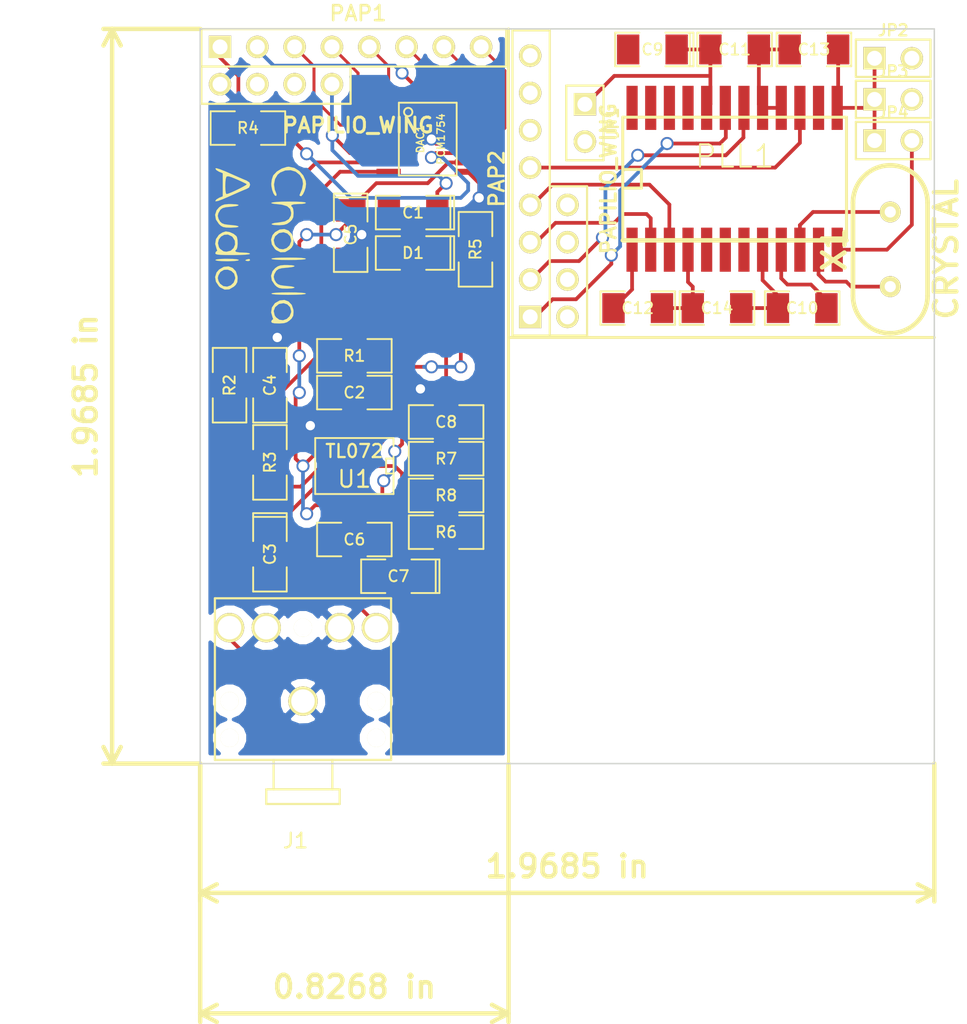
<source format=kicad_pcb>
(kicad_pcb (version 3) (host pcbnew "(2013-07-07 BZR 4022)-stable")

  (general
    (links 84)
    (no_connects 13)
    (area 135.999999 103.1399 201.9276 166.500001)
    (thickness 1.6)
    (drawings 9)
    (tracks 286)
    (zones 0)
    (modules 35)
    (nets 36)
  )

  (page A3)
  (layers
    (15 F.Cu signal)
    (0 B.Cu signal)
    (16 B.Adhes user)
    (17 F.Adhes user)
    (18 B.Paste user)
    (19 F.Paste user)
    (20 B.SilkS user)
    (21 F.SilkS user)
    (22 B.Mask user)
    (23 F.Mask user)
    (24 Dwgs.User user)
    (25 Cmts.User user)
    (26 Eco1.User user)
    (27 Eco2.User user)
    (28 Edge.Cuts user)
  )

  (setup
    (last_trace_width 0.2032)
    (user_trace_width 0.254)
    (user_trace_width 0.3048)
    (user_trace_width 0.3302)
    (user_trace_width 0.3556)
    (user_trace_width 0.381)
    (user_trace_width 0.4318)
    (user_trace_width 0.4826)
    (user_trace_width 0.508)
    (trace_clearance 0.2032)
    (zone_clearance 0.508)
    (zone_45_only no)
    (trace_min 0.2032)
    (segment_width 0.2)
    (edge_width 0.1)
    (via_size 0.889)
    (via_drill 0.635)
    (via_min_size 0.889)
    (via_min_drill 0.508)
    (uvia_size 0.508)
    (uvia_drill 0.127)
    (uvias_allowed no)
    (uvia_min_size 0.508)
    (uvia_min_drill 0.127)
    (pcb_text_width 0.3)
    (pcb_text_size 1.5 1.5)
    (mod_edge_width 0.15)
    (mod_text_size 1 1)
    (mod_text_width 0.15)
    (pad_size 0.762 3)
    (pad_drill 0)
    (pad_to_mask_clearance 0)
    (aux_axis_origin 0 0)
    (visible_elements 7FFFFFFF)
    (pcbplotparams
      (layerselection 3178497)
      (usegerberextensions true)
      (excludeedgelayer true)
      (linewidth 0.150000)
      (plotframeref false)
      (viasonmask false)
      (mode 1)
      (useauxorigin false)
      (hpglpennumber 1)
      (hpglpenspeed 20)
      (hpglpendiameter 15)
      (hpglpenoverlay 2)
      (psnegative false)
      (psa4output false)
      (plotreference true)
      (plotvalue true)
      (plotothertext true)
      (plotinvisibletext false)
      (padsonsilk false)
      (subtractmaskfromsilk false)
      (outputformat 1)
      (mirror false)
      (drillshape 1)
      (scaleselection 1)
      (outputdirectory ""))
  )

  (net 0 "")
  (net 1 +3.3V)
  (net 2 +5V)
  (net 3 /BCK)
  (net 4 /DEMP)
  (net 5 /Data)
  (net 6 /FMT)
  (net 7 /LRCK)
  (net 8 /MUTE)
  (net 9 /VCOM)
  (net 10 /Vout_L)
  (net 11 /Vout_R)
  (net 12 GND)
  (net 13 N-000001)
  (net 14 N-0000016)
  (net 15 N-0000017)
  (net 16 N-0000018)
  (net 17 N-0000019)
  (net 18 N-000002)
  (net 19 N-0000020)
  (net 20 N-0000029)
  (net 21 N-000003)
  (net 22 N-0000030)
  (net 23 N-0000031)
  (net 24 N-0000032)
  (net 25 N-0000033)
  (net 26 N-000004)
  (net 27 N-0000040)
  (net 28 N-0000041)
  (net 29 N-0000042)
  (net 30 N-0000043)
  (net 31 N-0000044)
  (net 32 N-0000045)
  (net 33 N-000005)
  (net 34 N-000006)
  (net 35 N-000007)

  (net_class Default "This is the default net class."
    (clearance 0.2032)
    (trace_width 0.2032)
    (via_dia 0.889)
    (via_drill 0.635)
    (uvia_dia 0.508)
    (uvia_drill 0.127)
    (add_net "")
    (add_net +3.3V)
    (add_net +5V)
    (add_net /BCK)
    (add_net /DEMP)
    (add_net /Data)
    (add_net /FMT)
    (add_net /LRCK)
    (add_net /MUTE)
    (add_net /VCOM)
    (add_net /Vout_L)
    (add_net /Vout_R)
    (add_net GND)
    (add_net N-000001)
    (add_net N-0000016)
    (add_net N-0000017)
    (add_net N-0000018)
    (add_net N-0000019)
    (add_net N-000002)
    (add_net N-0000020)
    (add_net N-0000029)
    (add_net N-000003)
    (add_net N-0000030)
    (add_net N-0000031)
    (add_net N-0000032)
    (add_net N-0000033)
    (add_net N-000004)
    (add_net N-0000040)
    (add_net N-0000041)
    (add_net N-0000042)
    (add_net N-0000043)
    (add_net N-0000044)
    (add_net N-0000045)
    (add_net N-000005)
    (add_net N-000006)
    (add_net N-000007)
  )

  (module ssop-16 (layer F.Cu) (tedit 50BDF9A0) (tstamp 5400D960)
    (at 165.5 112.5 270)
    (descr SSOP-16)
    (path /5400D22B)
    (attr smd)
    (fp_text reference DAC1 (at 0 0.508 270) (layer F.SilkS)
      (effects (font (size 0.50038 0.50038) (thickness 0.09906)))
    )
    (fp_text value PCM1754 (at 0 -0.89916 270) (layer F.SilkS)
      (effects (font (size 0.50038 0.50038) (thickness 0.09906)))
    )
    (fp_line (start -2.4765 1.9685) (end 2.4765 1.9685) (layer F.SilkS) (width 0.127))
    (fp_line (start 2.4765 1.9685) (end 2.4765 -1.9685) (layer F.SilkS) (width 0.127))
    (fp_line (start 2.4765 -1.9685) (end -2.4765 -1.9685) (layer F.SilkS) (width 0.127))
    (fp_line (start -2.4765 -1.9685) (end -2.4765 1.9685) (layer F.SilkS) (width 0.127))
    (fp_circle (center -1.8415 1.3335) (end -1.9685 1.5875) (layer F.SilkS) (width 0.127))
    (pad 4 smd rect (at -0.3175 2.667 270) (size 0.4064 1.651)
      (layers F.Cu F.Paste F.Mask)
      (net 12 GND)
    )
    (pad 5 smd rect (at 0.3175 2.667 270) (size 0.4064 1.651)
      (layers F.Cu F.Paste F.Mask)
    )
    (pad 6 smd rect (at 0.9525 2.667 270) (size 0.4064 1.651)
      (layers F.Cu F.Paste F.Mask)
      (net 2 +5V)
    )
    (pad 7 smd rect (at 1.5875 2.667 270) (size 0.4064 1.651)
      (layers F.Cu F.Paste F.Mask)
      (net 10 /Vout_L)
    )
    (pad 16 smd rect (at -2.2225 -2.667 270) (size 0.4064 1.651)
      (layers F.Cu F.Paste F.Mask)
      (net 14 N-0000016)
    )
    (pad 1 smd rect (at -2.2225 2.667 270) (size 0.4064 1.651)
      (layers F.Cu F.Paste F.Mask)
      (net 3 /BCK)
    )
    (pad 2 smd rect (at -1.5875 2.667 270) (size 0.4064 1.651)
      (layers F.Cu F.Paste F.Mask)
      (net 5 /Data)
    )
    (pad 3 smd rect (at -0.9525 2.667 270) (size 0.4064 1.651)
      (layers F.Cu F.Paste F.Mask)
      (net 7 /LRCK)
    )
    (pad 9 smd rect (at 2.2225 -2.667 270) (size 0.4064 1.651)
      (layers F.Cu F.Paste F.Mask)
      (net 12 GND)
    )
    (pad 10 smd rect (at 1.5875 -2.667 270) (size 0.4064 1.651)
      (layers F.Cu F.Paste F.Mask)
      (net 9 /VCOM)
    )
    (pad 11 smd rect (at 0.9525 -2.667 270) (size 0.4064 1.651)
      (layers F.Cu F.Paste F.Mask)
      (net 13 N-000001)
    )
    (pad 12 smd rect (at 0.3175 -2.667 270) (size 0.4064 1.651)
      (layers F.Cu F.Paste F.Mask)
      (net 12 GND)
    )
    (pad 13 smd rect (at -0.3175 -2.667 270) (size 0.4064 1.651)
      (layers F.Cu F.Paste F.Mask)
      (net 4 /DEMP)
    )
    (pad 14 smd rect (at -0.9525 -2.667 270) (size 0.4064 1.651)
      (layers F.Cu F.Paste F.Mask)
      (net 8 /MUTE)
    )
    (pad 8 smd rect (at 2.2225 2.667 270) (size 0.4064 1.651)
      (layers F.Cu F.Paste F.Mask)
      (net 11 /Vout_R)
    )
    (pad 15 smd rect (at -1.5875 -2.667 270) (size 0.4064 1.651)
      (layers F.Cu F.Paste F.Mask)
      (net 6 /FMT)
    )
    (model smd/smd_dil/ssop-16.wrl
      (at (xyz 0 0 0))
      (scale (xyz 1 1 1))
      (rotate (xyz 0 0 0))
    )
  )

  (module SO8E (layer F.Cu) (tedit 4F33A5C7) (tstamp 5400D974)
    (at 160.5 134.75 180)
    (descr "module CMS SOJ 8 pins etroit")
    (tags "CMS SOJ")
    (path /5400D61A)
    (attr smd)
    (fp_text reference U1 (at 0 -0.889 180) (layer F.SilkS)
      (effects (font (size 1.143 1.143) (thickness 0.1524)))
    )
    (fp_text value TL072 (at 0 1.016 180) (layer F.SilkS)
      (effects (font (size 0.889 0.889) (thickness 0.1524)))
    )
    (fp_line (start -2.667 1.778) (end -2.667 1.905) (layer F.SilkS) (width 0.127))
    (fp_line (start -2.667 1.905) (end 2.667 1.905) (layer F.SilkS) (width 0.127))
    (fp_line (start 2.667 -1.905) (end -2.667 -1.905) (layer F.SilkS) (width 0.127))
    (fp_line (start -2.667 -1.905) (end -2.667 1.778) (layer F.SilkS) (width 0.127))
    (fp_line (start -2.667 -0.508) (end -2.159 -0.508) (layer F.SilkS) (width 0.127))
    (fp_line (start -2.159 -0.508) (end -2.159 0.508) (layer F.SilkS) (width 0.127))
    (fp_line (start -2.159 0.508) (end -2.667 0.508) (layer F.SilkS) (width 0.127))
    (fp_line (start 2.667 -1.905) (end 2.667 1.905) (layer F.SilkS) (width 0.127))
    (pad 8 smd rect (at -1.905 -2.667 180) (size 0.59944 1.39954)
      (layers F.Cu F.Paste F.Mask)
      (net 2 +5V)
    )
    (pad 1 smd rect (at -1.905 2.667 180) (size 0.59944 1.39954)
      (layers F.Cu F.Paste F.Mask)
      (net 16 N-0000018)
    )
    (pad 7 smd rect (at -0.635 -2.667 180) (size 0.59944 1.39954)
      (layers F.Cu F.Paste F.Mask)
      (net 33 N-000005)
    )
    (pad 6 smd rect (at 0.635 -2.667 180) (size 0.59944 1.39954)
      (layers F.Cu F.Paste F.Mask)
      (net 26 N-000004)
    )
    (pad 5 smd rect (at 1.905 -2.667 180) (size 0.59944 1.39954)
      (layers F.Cu F.Paste F.Mask)
      (net 9 /VCOM)
    )
    (pad 2 smd rect (at -0.635 2.667 180) (size 0.59944 1.39954)
      (layers F.Cu F.Paste F.Mask)
      (net 35 N-000007)
    )
    (pad 3 smd rect (at 0.635 2.667 180) (size 0.59944 1.39954)
      (layers F.Cu F.Paste F.Mask)
      (net 9 /VCOM)
    )
    (pad 4 smd rect (at 1.905 2.667 180) (size 0.59944 1.39954)
      (layers F.Cu F.Paste F.Mask)
      (net 12 GND)
    )
    (model smd/cms_so8.wrl
      (at (xyz 0 0 0))
      (scale (xyz 0.5 0.32 0.5))
      (rotate (xyz 0 0 0))
    )
  )

  (module SM1206POL (layer F.Cu) (tedit 42806E4C) (tstamp 5400D983)
    (at 164.5 117.5 180)
    (path /5400D24B)
    (attr smd)
    (fp_text reference C1 (at 0 0 180) (layer F.SilkS)
      (effects (font (size 0.762 0.762) (thickness 0.127)))
    )
    (fp_text value 10uF (at 0 0 180) (layer F.SilkS) hide
      (effects (font (size 0.762 0.762) (thickness 0.127)))
    )
    (fp_line (start -2.54 -1.143) (end -2.794 -1.143) (layer F.SilkS) (width 0.127))
    (fp_line (start -2.794 -1.143) (end -2.794 1.143) (layer F.SilkS) (width 0.127))
    (fp_line (start -2.794 1.143) (end -2.54 1.143) (layer F.SilkS) (width 0.127))
    (fp_line (start -2.54 -1.143) (end -2.54 1.143) (layer F.SilkS) (width 0.127))
    (fp_line (start -2.54 1.143) (end -0.889 1.143) (layer F.SilkS) (width 0.127))
    (fp_line (start 0.889 -1.143) (end 2.54 -1.143) (layer F.SilkS) (width 0.127))
    (fp_line (start 2.54 -1.143) (end 2.54 1.143) (layer F.SilkS) (width 0.127))
    (fp_line (start 2.54 1.143) (end 0.889 1.143) (layer F.SilkS) (width 0.127))
    (fp_line (start -0.889 -1.143) (end -2.54 -1.143) (layer F.SilkS) (width 0.127))
    (pad 1 smd rect (at -1.651 0 180) (size 1.524 2.032)
      (layers F.Cu F.Paste F.Mask)
      (net 2 +5V)
    )
    (pad 2 smd rect (at 1.651 0 180) (size 1.524 2.032)
      (layers F.Cu F.Paste F.Mask)
      (net 12 GND)
    )
    (model smd/chip_cms_pol.wrl
      (at (xyz 0 0 0))
      (scale (xyz 0.17 0.16 0.16))
      (rotate (xyz 0 0 0))
    )
  )

  (module SM1206POL (layer F.Cu) (tedit 42806E4C) (tstamp 5400D992)
    (at 160.25 119 270)
    (path /5400D290)
    (attr smd)
    (fp_text reference C5 (at 0 0 270) (layer F.SilkS)
      (effects (font (size 0.762 0.762) (thickness 0.127)))
    )
    (fp_text value 10uF (at 0 0 270) (layer F.SilkS) hide
      (effects (font (size 0.762 0.762) (thickness 0.127)))
    )
    (fp_line (start -2.54 -1.143) (end -2.794 -1.143) (layer F.SilkS) (width 0.127))
    (fp_line (start -2.794 -1.143) (end -2.794 1.143) (layer F.SilkS) (width 0.127))
    (fp_line (start -2.794 1.143) (end -2.54 1.143) (layer F.SilkS) (width 0.127))
    (fp_line (start -2.54 -1.143) (end -2.54 1.143) (layer F.SilkS) (width 0.127))
    (fp_line (start -2.54 1.143) (end -0.889 1.143) (layer F.SilkS) (width 0.127))
    (fp_line (start 0.889 -1.143) (end 2.54 -1.143) (layer F.SilkS) (width 0.127))
    (fp_line (start 2.54 -1.143) (end 2.54 1.143) (layer F.SilkS) (width 0.127))
    (fp_line (start 2.54 1.143) (end 0.889 1.143) (layer F.SilkS) (width 0.127))
    (fp_line (start -0.889 -1.143) (end -2.54 -1.143) (layer F.SilkS) (width 0.127))
    (pad 1 smd rect (at -1.651 0 270) (size 1.524 2.032)
      (layers F.Cu F.Paste F.Mask)
      (net 9 /VCOM)
    )
    (pad 2 smd rect (at 1.651 0 270) (size 1.524 2.032)
      (layers F.Cu F.Paste F.Mask)
      (net 12 GND)
    )
    (model smd/chip_cms_pol.wrl
      (at (xyz 0 0 0))
      (scale (xyz 0.17 0.16 0.16))
      (rotate (xyz 0 0 0))
    )
  )

  (module SM1206POL (layer F.Cu) (tedit 42806E4C) (tstamp 5400D9A1)
    (at 154.75 140.75 270)
    (path /5400D894)
    (attr smd)
    (fp_text reference C3 (at 0 0 270) (layer F.SilkS)
      (effects (font (size 0.762 0.762) (thickness 0.127)))
    )
    (fp_text value 10uF (at 0 0 270) (layer F.SilkS) hide
      (effects (font (size 0.762 0.762) (thickness 0.127)))
    )
    (fp_line (start -2.54 -1.143) (end -2.794 -1.143) (layer F.SilkS) (width 0.127))
    (fp_line (start -2.794 -1.143) (end -2.794 1.143) (layer F.SilkS) (width 0.127))
    (fp_line (start -2.794 1.143) (end -2.54 1.143) (layer F.SilkS) (width 0.127))
    (fp_line (start -2.54 -1.143) (end -2.54 1.143) (layer F.SilkS) (width 0.127))
    (fp_line (start -2.54 1.143) (end -0.889 1.143) (layer F.SilkS) (width 0.127))
    (fp_line (start 0.889 -1.143) (end 2.54 -1.143) (layer F.SilkS) (width 0.127))
    (fp_line (start 2.54 -1.143) (end 2.54 1.143) (layer F.SilkS) (width 0.127))
    (fp_line (start 2.54 1.143) (end 0.889 1.143) (layer F.SilkS) (width 0.127))
    (fp_line (start -0.889 -1.143) (end -2.54 -1.143) (layer F.SilkS) (width 0.127))
    (pad 1 smd rect (at -1.651 0 270) (size 1.524 2.032)
      (layers F.Cu F.Paste F.Mask)
      (net 16 N-0000018)
    )
    (pad 2 smd rect (at 1.651 0 270) (size 1.524 2.032)
      (layers F.Cu F.Paste F.Mask)
      (net 19 N-0000020)
    )
    (model smd/chip_cms_pol.wrl
      (at (xyz 0 0 0))
      (scale (xyz 0.17 0.16 0.16))
      (rotate (xyz 0 0 0))
    )
  )

  (module SM1206POL (layer F.Cu) (tedit 42806E4C) (tstamp 5400D9B0)
    (at 164.5 120.25 180)
    (path /5400D53A)
    (attr smd)
    (fp_text reference D1 (at 0 0 180) (layer F.SilkS)
      (effects (font (size 0.762 0.762) (thickness 0.127)))
    )
    (fp_text value LED (at 0 0 180) (layer F.SilkS) hide
      (effects (font (size 0.762 0.762) (thickness 0.127)))
    )
    (fp_line (start -2.54 -1.143) (end -2.794 -1.143) (layer F.SilkS) (width 0.127))
    (fp_line (start -2.794 -1.143) (end -2.794 1.143) (layer F.SilkS) (width 0.127))
    (fp_line (start -2.794 1.143) (end -2.54 1.143) (layer F.SilkS) (width 0.127))
    (fp_line (start -2.54 -1.143) (end -2.54 1.143) (layer F.SilkS) (width 0.127))
    (fp_line (start -2.54 1.143) (end -0.889 1.143) (layer F.SilkS) (width 0.127))
    (fp_line (start 0.889 -1.143) (end 2.54 -1.143) (layer F.SilkS) (width 0.127))
    (fp_line (start 2.54 -1.143) (end 2.54 1.143) (layer F.SilkS) (width 0.127))
    (fp_line (start 2.54 1.143) (end 0.889 1.143) (layer F.SilkS) (width 0.127))
    (fp_line (start -0.889 -1.143) (end -2.54 -1.143) (layer F.SilkS) (width 0.127))
    (pad 1 smd rect (at -1.651 0 180) (size 1.524 2.032)
      (layers F.Cu F.Paste F.Mask)
      (net 18 N-000002)
    )
    (pad 2 smd rect (at 1.651 0 180) (size 1.524 2.032)
      (layers F.Cu F.Paste F.Mask)
      (net 12 GND)
    )
    (model smd/chip_cms_pol.wrl
      (at (xyz 0 0 0))
      (scale (xyz 0.17 0.16 0.16))
      (rotate (xyz 0 0 0))
    )
  )

  (module SM1206POL (layer F.Cu) (tedit 42806E4C) (tstamp 5400D9BF)
    (at 163.5 142.25 180)
    (path /5400D661)
    (attr smd)
    (fp_text reference C7 (at 0 0 180) (layer F.SilkS)
      (effects (font (size 0.762 0.762) (thickness 0.127)))
    )
    (fp_text value 10uF (at 0 0 180) (layer F.SilkS) hide
      (effects (font (size 0.762 0.762) (thickness 0.127)))
    )
    (fp_line (start -2.54 -1.143) (end -2.794 -1.143) (layer F.SilkS) (width 0.127))
    (fp_line (start -2.794 -1.143) (end -2.794 1.143) (layer F.SilkS) (width 0.127))
    (fp_line (start -2.794 1.143) (end -2.54 1.143) (layer F.SilkS) (width 0.127))
    (fp_line (start -2.54 -1.143) (end -2.54 1.143) (layer F.SilkS) (width 0.127))
    (fp_line (start -2.54 1.143) (end -0.889 1.143) (layer F.SilkS) (width 0.127))
    (fp_line (start 0.889 -1.143) (end 2.54 -1.143) (layer F.SilkS) (width 0.127))
    (fp_line (start 2.54 -1.143) (end 2.54 1.143) (layer F.SilkS) (width 0.127))
    (fp_line (start 2.54 1.143) (end 0.889 1.143) (layer F.SilkS) (width 0.127))
    (fp_line (start -0.889 -1.143) (end -2.54 -1.143) (layer F.SilkS) (width 0.127))
    (pad 1 smd rect (at -1.651 0 180) (size 1.524 2.032)
      (layers F.Cu F.Paste F.Mask)
      (net 33 N-000005)
    )
    (pad 2 smd rect (at 1.651 0 180) (size 1.524 2.032)
      (layers F.Cu F.Paste F.Mask)
      (net 17 N-0000019)
    )
    (model smd/chip_cms_pol.wrl
      (at (xyz 0 0 0))
      (scale (xyz 0.17 0.16 0.16))
      (rotate (xyz 0 0 0))
    )
  )

  (module SM1206 (layer F.Cu) (tedit 42806E24) (tstamp 5400D9CB)
    (at 166.75 136.75 180)
    (path /5400D64F)
    (attr smd)
    (fp_text reference R8 (at 0 0 180) (layer F.SilkS)
      (effects (font (size 0.762 0.762) (thickness 0.127)))
    )
    (fp_text value 1k (at 0 0 180) (layer F.SilkS) hide
      (effects (font (size 0.762 0.762) (thickness 0.127)))
    )
    (fp_line (start -2.54 -1.143) (end -2.54 1.143) (layer F.SilkS) (width 0.127))
    (fp_line (start -2.54 1.143) (end -0.889 1.143) (layer F.SilkS) (width 0.127))
    (fp_line (start 0.889 -1.143) (end 2.54 -1.143) (layer F.SilkS) (width 0.127))
    (fp_line (start 2.54 -1.143) (end 2.54 1.143) (layer F.SilkS) (width 0.127))
    (fp_line (start 2.54 1.143) (end 0.889 1.143) (layer F.SilkS) (width 0.127))
    (fp_line (start -0.889 -1.143) (end -2.54 -1.143) (layer F.SilkS) (width 0.127))
    (pad 1 smd rect (at -1.651 0 180) (size 1.524 2.032)
      (layers F.Cu F.Paste F.Mask)
      (net 21 N-000003)
    )
    (pad 2 smd rect (at 1.651 0 180) (size 1.524 2.032)
      (layers F.Cu F.Paste F.Mask)
      (net 26 N-000004)
    )
    (model smd/chip_cms.wrl
      (at (xyz 0 0 0))
      (scale (xyz 0.17 0.16 0.16))
      (rotate (xyz 0 0 0))
    )
  )

  (module SM1206 (layer F.Cu) (tedit 42806E24) (tstamp 5400D9D7)
    (at 154.75 129.25 270)
    (path /5400D88E)
    (attr smd)
    (fp_text reference C4 (at 0 0 270) (layer F.SilkS)
      (effects (font (size 0.762 0.762) (thickness 0.127)))
    )
    (fp_text value C (at 0 0 270) (layer F.SilkS) hide
      (effects (font (size 0.762 0.762) (thickness 0.127)))
    )
    (fp_line (start -2.54 -1.143) (end -2.54 1.143) (layer F.SilkS) (width 0.127))
    (fp_line (start -2.54 1.143) (end -0.889 1.143) (layer F.SilkS) (width 0.127))
    (fp_line (start 0.889 -1.143) (end 2.54 -1.143) (layer F.SilkS) (width 0.127))
    (fp_line (start 2.54 -1.143) (end 2.54 1.143) (layer F.SilkS) (width 0.127))
    (fp_line (start 2.54 1.143) (end 0.889 1.143) (layer F.SilkS) (width 0.127))
    (fp_line (start -0.889 -1.143) (end -2.54 -1.143) (layer F.SilkS) (width 0.127))
    (pad 1 smd rect (at -1.651 0 270) (size 1.524 2.032)
      (layers F.Cu F.Paste F.Mask)
      (net 12 GND)
    )
    (pad 2 smd rect (at 1.651 0 270) (size 1.524 2.032)
      (layers F.Cu F.Paste F.Mask)
      (net 34 N-000006)
    )
    (model smd/chip_cms.wrl
      (at (xyz 0 0 0))
      (scale (xyz 0.17 0.16 0.16))
      (rotate (xyz 0 0 0))
    )
  )

  (module SM1206 (layer F.Cu) (tedit 42806E24) (tstamp 5400D9E3)
    (at 152 129.25 270)
    (path /5400D888)
    (attr smd)
    (fp_text reference R2 (at 0 0 270) (layer F.SilkS)
      (effects (font (size 0.762 0.762) (thickness 0.127)))
    )
    (fp_text value 1k (at 0 0 270) (layer F.SilkS) hide
      (effects (font (size 0.762 0.762) (thickness 0.127)))
    )
    (fp_line (start -2.54 -1.143) (end -2.54 1.143) (layer F.SilkS) (width 0.127))
    (fp_line (start -2.54 1.143) (end -0.889 1.143) (layer F.SilkS) (width 0.127))
    (fp_line (start 0.889 -1.143) (end 2.54 -1.143) (layer F.SilkS) (width 0.127))
    (fp_line (start 2.54 -1.143) (end 2.54 1.143) (layer F.SilkS) (width 0.127))
    (fp_line (start 2.54 1.143) (end 0.889 1.143) (layer F.SilkS) (width 0.127))
    (fp_line (start -0.889 -1.143) (end -2.54 -1.143) (layer F.SilkS) (width 0.127))
    (pad 1 smd rect (at -1.651 0 270) (size 1.524 2.032)
      (layers F.Cu F.Paste F.Mask)
      (net 10 /Vout_L)
    )
    (pad 2 smd rect (at 1.651 0 270) (size 1.524 2.032)
      (layers F.Cu F.Paste F.Mask)
      (net 34 N-000006)
    )
    (model smd/chip_cms.wrl
      (at (xyz 0 0 0))
      (scale (xyz 0.17 0.16 0.16))
      (rotate (xyz 0 0 0))
    )
  )

  (module SM1206 (layer F.Cu) (tedit 42806E24) (tstamp 5400D9EF)
    (at 154.75 134.5 270)
    (path /5400D882)
    (attr smd)
    (fp_text reference R3 (at 0 0 270) (layer F.SilkS)
      (effects (font (size 0.762 0.762) (thickness 0.127)))
    )
    (fp_text value 1k (at 0 0 270) (layer F.SilkS) hide
      (effects (font (size 0.762 0.762) (thickness 0.127)))
    )
    (fp_line (start -2.54 -1.143) (end -2.54 1.143) (layer F.SilkS) (width 0.127))
    (fp_line (start -2.54 1.143) (end -0.889 1.143) (layer F.SilkS) (width 0.127))
    (fp_line (start 0.889 -1.143) (end 2.54 -1.143) (layer F.SilkS) (width 0.127))
    (fp_line (start 2.54 -1.143) (end 2.54 1.143) (layer F.SilkS) (width 0.127))
    (fp_line (start 2.54 1.143) (end 0.889 1.143) (layer F.SilkS) (width 0.127))
    (fp_line (start -0.889 -1.143) (end -2.54 -1.143) (layer F.SilkS) (width 0.127))
    (pad 1 smd rect (at -1.651 0 270) (size 1.524 2.032)
      (layers F.Cu F.Paste F.Mask)
      (net 34 N-000006)
    )
    (pad 2 smd rect (at 1.651 0 270) (size 1.524 2.032)
      (layers F.Cu F.Paste F.Mask)
      (net 35 N-000007)
    )
    (model smd/chip_cms.wrl
      (at (xyz 0 0 0))
      (scale (xyz 0.17 0.16 0.16))
      (rotate (xyz 0 0 0))
    )
  )

  (module SM1206 (layer F.Cu) (tedit 42806E24) (tstamp 5400D9FB)
    (at 160.5 127.25)
    (path /5400D87C)
    (attr smd)
    (fp_text reference R1 (at 0 0) (layer F.SilkS)
      (effects (font (size 0.762 0.762) (thickness 0.127)))
    )
    (fp_text value 1k (at 0 0) (layer F.SilkS) hide
      (effects (font (size 0.762 0.762) (thickness 0.127)))
    )
    (fp_line (start -2.54 -1.143) (end -2.54 1.143) (layer F.SilkS) (width 0.127))
    (fp_line (start -2.54 1.143) (end -0.889 1.143) (layer F.SilkS) (width 0.127))
    (fp_line (start 0.889 -1.143) (end 2.54 -1.143) (layer F.SilkS) (width 0.127))
    (fp_line (start 2.54 -1.143) (end 2.54 1.143) (layer F.SilkS) (width 0.127))
    (fp_line (start 2.54 1.143) (end 0.889 1.143) (layer F.SilkS) (width 0.127))
    (fp_line (start -0.889 -1.143) (end -2.54 -1.143) (layer F.SilkS) (width 0.127))
    (pad 1 smd rect (at -1.651 0) (size 1.524 2.032)
      (layers F.Cu F.Paste F.Mask)
      (net 34 N-000006)
    )
    (pad 2 smd rect (at 1.651 0) (size 1.524 2.032)
      (layers F.Cu F.Paste F.Mask)
      (net 16 N-0000018)
    )
    (model smd/chip_cms.wrl
      (at (xyz 0 0 0))
      (scale (xyz 0.17 0.16 0.16))
      (rotate (xyz 0 0 0))
    )
  )

  (module SM1206 (layer F.Cu) (tedit 42806E24) (tstamp 5400DA07)
    (at 160.5 129.75)
    (path /5400D876)
    (attr smd)
    (fp_text reference C2 (at 0 0) (layer F.SilkS)
      (effects (font (size 0.762 0.762) (thickness 0.127)))
    )
    (fp_text value C (at 0 0) (layer F.SilkS) hide
      (effects (font (size 0.762 0.762) (thickness 0.127)))
    )
    (fp_line (start -2.54 -1.143) (end -2.54 1.143) (layer F.SilkS) (width 0.127))
    (fp_line (start -2.54 1.143) (end -0.889 1.143) (layer F.SilkS) (width 0.127))
    (fp_line (start 0.889 -1.143) (end 2.54 -1.143) (layer F.SilkS) (width 0.127))
    (fp_line (start 2.54 -1.143) (end 2.54 1.143) (layer F.SilkS) (width 0.127))
    (fp_line (start 2.54 1.143) (end 0.889 1.143) (layer F.SilkS) (width 0.127))
    (fp_line (start -0.889 -1.143) (end -2.54 -1.143) (layer F.SilkS) (width 0.127))
    (pad 1 smd rect (at -1.651 0) (size 1.524 2.032)
      (layers F.Cu F.Paste F.Mask)
      (net 35 N-000007)
    )
    (pad 2 smd rect (at 1.651 0) (size 1.524 2.032)
      (layers F.Cu F.Paste F.Mask)
      (net 16 N-0000018)
    )
    (model smd/chip_cms.wrl
      (at (xyz 0 0 0))
      (scale (xyz 0.17 0.16 0.16))
      (rotate (xyz 0 0 0))
    )
  )

  (module SM1206 (layer F.Cu) (tedit 42806E24) (tstamp 5400DA13)
    (at 166.75 131.75)
    (path /5400D65B)
    (attr smd)
    (fp_text reference C8 (at 0 0) (layer F.SilkS)
      (effects (font (size 0.762 0.762) (thickness 0.127)))
    )
    (fp_text value C (at 0 0) (layer F.SilkS) hide
      (effects (font (size 0.762 0.762) (thickness 0.127)))
    )
    (fp_line (start -2.54 -1.143) (end -2.54 1.143) (layer F.SilkS) (width 0.127))
    (fp_line (start -2.54 1.143) (end -0.889 1.143) (layer F.SilkS) (width 0.127))
    (fp_line (start 0.889 -1.143) (end 2.54 -1.143) (layer F.SilkS) (width 0.127))
    (fp_line (start 2.54 -1.143) (end 2.54 1.143) (layer F.SilkS) (width 0.127))
    (fp_line (start 2.54 1.143) (end 0.889 1.143) (layer F.SilkS) (width 0.127))
    (fp_line (start -0.889 -1.143) (end -2.54 -1.143) (layer F.SilkS) (width 0.127))
    (pad 1 smd rect (at -1.651 0) (size 1.524 2.032)
      (layers F.Cu F.Paste F.Mask)
      (net 12 GND)
    )
    (pad 2 smd rect (at 1.651 0) (size 1.524 2.032)
      (layers F.Cu F.Paste F.Mask)
      (net 21 N-000003)
    )
    (model smd/chip_cms.wrl
      (at (xyz 0 0 0))
      (scale (xyz 0.17 0.16 0.16))
      (rotate (xyz 0 0 0))
    )
  )

  (module SM1206 (layer F.Cu) (tedit 42806E24) (tstamp 5400DA1F)
    (at 166.75 134.25)
    (path /5400D655)
    (attr smd)
    (fp_text reference R7 (at 0 0) (layer F.SilkS)
      (effects (font (size 0.762 0.762) (thickness 0.127)))
    )
    (fp_text value 1k (at 0 0) (layer F.SilkS) hide
      (effects (font (size 0.762 0.762) (thickness 0.127)))
    )
    (fp_line (start -2.54 -1.143) (end -2.54 1.143) (layer F.SilkS) (width 0.127))
    (fp_line (start -2.54 1.143) (end -0.889 1.143) (layer F.SilkS) (width 0.127))
    (fp_line (start 0.889 -1.143) (end 2.54 -1.143) (layer F.SilkS) (width 0.127))
    (fp_line (start 2.54 -1.143) (end 2.54 1.143) (layer F.SilkS) (width 0.127))
    (fp_line (start 2.54 1.143) (end 0.889 1.143) (layer F.SilkS) (width 0.127))
    (fp_line (start -0.889 -1.143) (end -2.54 -1.143) (layer F.SilkS) (width 0.127))
    (pad 1 smd rect (at -1.651 0) (size 1.524 2.032)
      (layers F.Cu F.Paste F.Mask)
      (net 11 /Vout_R)
    )
    (pad 2 smd rect (at 1.651 0) (size 1.524 2.032)
      (layers F.Cu F.Paste F.Mask)
      (net 21 N-000003)
    )
    (model smd/chip_cms.wrl
      (at (xyz 0 0 0))
      (scale (xyz 0.17 0.16 0.16))
      (rotate (xyz 0 0 0))
    )
  )

  (module SM1206 (layer F.Cu) (tedit 42806E24) (tstamp 5400DA2B)
    (at 166.75 139.25 180)
    (path /5400D642)
    (attr smd)
    (fp_text reference R6 (at 0 0 180) (layer F.SilkS)
      (effects (font (size 0.762 0.762) (thickness 0.127)))
    )
    (fp_text value 1k (at 0 0 180) (layer F.SilkS) hide
      (effects (font (size 0.762 0.762) (thickness 0.127)))
    )
    (fp_line (start -2.54 -1.143) (end -2.54 1.143) (layer F.SilkS) (width 0.127))
    (fp_line (start -2.54 1.143) (end -0.889 1.143) (layer F.SilkS) (width 0.127))
    (fp_line (start 0.889 -1.143) (end 2.54 -1.143) (layer F.SilkS) (width 0.127))
    (fp_line (start 2.54 -1.143) (end 2.54 1.143) (layer F.SilkS) (width 0.127))
    (fp_line (start 2.54 1.143) (end 0.889 1.143) (layer F.SilkS) (width 0.127))
    (fp_line (start -0.889 -1.143) (end -2.54 -1.143) (layer F.SilkS) (width 0.127))
    (pad 1 smd rect (at -1.651 0 180) (size 1.524 2.032)
      (layers F.Cu F.Paste F.Mask)
      (net 21 N-000003)
    )
    (pad 2 smd rect (at 1.651 0 180) (size 1.524 2.032)
      (layers F.Cu F.Paste F.Mask)
      (net 33 N-000005)
    )
    (model smd/chip_cms.wrl
      (at (xyz 0 0 0))
      (scale (xyz 0.17 0.16 0.16))
      (rotate (xyz 0 0 0))
    )
  )

  (module SM1206 (layer F.Cu) (tedit 42806E24) (tstamp 5400DA37)
    (at 160.5 139.75)
    (path /5400D633)
    (attr smd)
    (fp_text reference C6 (at 0 0) (layer F.SilkS)
      (effects (font (size 0.762 0.762) (thickness 0.127)))
    )
    (fp_text value C (at 0 0) (layer F.SilkS) hide
      (effects (font (size 0.762 0.762) (thickness 0.127)))
    )
    (fp_line (start -2.54 -1.143) (end -2.54 1.143) (layer F.SilkS) (width 0.127))
    (fp_line (start -2.54 1.143) (end -0.889 1.143) (layer F.SilkS) (width 0.127))
    (fp_line (start 0.889 -1.143) (end 2.54 -1.143) (layer F.SilkS) (width 0.127))
    (fp_line (start 2.54 -1.143) (end 2.54 1.143) (layer F.SilkS) (width 0.127))
    (fp_line (start 2.54 1.143) (end 0.889 1.143) (layer F.SilkS) (width 0.127))
    (fp_line (start -0.889 -1.143) (end -2.54 -1.143) (layer F.SilkS) (width 0.127))
    (pad 1 smd rect (at -1.651 0) (size 1.524 2.032)
      (layers F.Cu F.Paste F.Mask)
      (net 26 N-000004)
    )
    (pad 2 smd rect (at 1.651 0) (size 1.524 2.032)
      (layers F.Cu F.Paste F.Mask)
      (net 33 N-000005)
    )
    (model smd/chip_cms.wrl
      (at (xyz 0 0 0))
      (scale (xyz 0.17 0.16 0.16))
      (rotate (xyz 0 0 0))
    )
  )

  (module SM1206 (layer F.Cu) (tedit 42806E24) (tstamp 5400DA43)
    (at 168.75 120 90)
    (path /5400D499)
    (attr smd)
    (fp_text reference R5 (at 0 0 90) (layer F.SilkS)
      (effects (font (size 0.762 0.762) (thickness 0.127)))
    )
    (fp_text value 1k (at 0 0 90) (layer F.SilkS) hide
      (effects (font (size 0.762 0.762) (thickness 0.127)))
    )
    (fp_line (start -2.54 -1.143) (end -2.54 1.143) (layer F.SilkS) (width 0.127))
    (fp_line (start -2.54 1.143) (end -0.889 1.143) (layer F.SilkS) (width 0.127))
    (fp_line (start 0.889 -1.143) (end 2.54 -1.143) (layer F.SilkS) (width 0.127))
    (fp_line (start 2.54 -1.143) (end 2.54 1.143) (layer F.SilkS) (width 0.127))
    (fp_line (start 2.54 1.143) (end 0.889 1.143) (layer F.SilkS) (width 0.127))
    (fp_line (start -0.889 -1.143) (end -2.54 -1.143) (layer F.SilkS) (width 0.127))
    (pad 1 smd rect (at -1.651 0 90) (size 1.524 2.032)
      (layers F.Cu F.Paste F.Mask)
      (net 18 N-000002)
    )
    (pad 2 smd rect (at 1.651 0 90) (size 1.524 2.032)
      (layers F.Cu F.Paste F.Mask)
      (net 13 N-000001)
    )
    (model smd/chip_cms.wrl
      (at (xyz 0 0 0))
      (scale (xyz 0.17 0.16 0.16))
      (rotate (xyz 0 0 0))
    )
  )

  (module SM1206 (layer F.Cu) (tedit 42806E24) (tstamp 5400DA4F)
    (at 153.25 111.75)
    (path /5400D48C)
    (attr smd)
    (fp_text reference R4 (at 0 0) (layer F.SilkS)
      (effects (font (size 0.762 0.762) (thickness 0.127)))
    )
    (fp_text value 1k (at 0 0) (layer F.SilkS) hide
      (effects (font (size 0.762 0.762) (thickness 0.127)))
    )
    (fp_line (start -2.54 -1.143) (end -2.54 1.143) (layer F.SilkS) (width 0.127))
    (fp_line (start -2.54 1.143) (end -0.889 1.143) (layer F.SilkS) (width 0.127))
    (fp_line (start 0.889 -1.143) (end 2.54 -1.143) (layer F.SilkS) (width 0.127))
    (fp_line (start 2.54 -1.143) (end 2.54 1.143) (layer F.SilkS) (width 0.127))
    (fp_line (start 2.54 1.143) (end 0.889 1.143) (layer F.SilkS) (width 0.127))
    (fp_line (start -0.889 -1.143) (end -2.54 -1.143) (layer F.SilkS) (width 0.127))
    (pad 1 smd rect (at -1.651 0) (size 1.524 2.032)
      (layers F.Cu F.Paste F.Mask)
      (net 15 N-0000017)
    )
    (pad 2 smd rect (at 1.651 0) (size 1.524 2.032)
      (layers F.Cu F.Paste F.Mask)
      (net 13 N-000001)
    )
    (model smd/chip_cms.wrl
      (at (xyz 0 0 0))
      (scale (xyz 0.17 0.16 0.16))
      (rotate (xyz 0 0 0))
    )
  )

  (module Papilio_Wing (layer F.Cu) (tedit 53BA0FDF) (tstamp 5400DA67)
    (at 160.75 107.75)
    (descr "Double rangee de contacts 2 x 6 pins")
    (tags CONN)
    (path /5400D315)
    (fp_text reference PAP1 (at 0 -3.81) (layer F.SilkS)
      (effects (font (size 1.016 1.016) (thickness 0.1778)))
    )
    (fp_text value PAPILIO_WING (at 0 3.81) (layer F.SilkS)
      (effects (font (size 1.016 1.016) (thickness 0.2032)))
    )
    (fp_line (start 10.0965 -2.7305) (end -10.668 -2.7305) (layer F.SilkS) (width 0.15))
    (fp_line (start 7.1755 -0.1905) (end 10.0965 -0.1905) (layer F.SilkS) (width 0.15))
    (fp_line (start 10.0965 -0.1905) (end 10.0965 -2.7305) (layer F.SilkS) (width 0.15))
    (fp_line (start -0.508 -0.1905) (end -10.668 -0.1905) (layer F.SilkS) (width 0.15))
    (fp_line (start -10.668 -2.7305) (end -10.668 2.3495) (layer F.SilkS) (width 0.15))
    (fp_line (start -10.668 2.3495) (end -0.508 2.3495) (layer F.SilkS) (width 0.15))
    (fp_line (start -0.508 2.3495) (end -0.508 -0.1905) (layer F.SilkS) (width 0.15))
    (fp_line (start -0.508 -0.1905) (end 7.112 -0.1905) (layer F.SilkS) (width 0.15))
    (pad 1 thru_hole rect (at -9.398 -1.524) (size 1.524 1.524) (drill 1.016)
      (layers *.Cu *.Mask F.SilkS)
      (net 15 N-0000017)
    )
    (pad 7 thru_hole circle (at 5.842 -1.524) (size 1.524 1.524) (drill 1.016)
      (layers *.Cu *.Mask F.SilkS)
      (net 8 /MUTE)
    )
    (pad 2 thru_hole circle (at -6.858 -1.524) (size 1.524 1.524) (drill 1.016)
      (layers *.Cu *.Mask F.SilkS)
      (net 14 N-0000016)
    )
    (pad 8 thru_hole circle (at 8.382 -1.524) (size 1.524 1.524) (drill 1.016)
      (layers *.Cu *.Mask F.SilkS)
      (net 4 /DEMP)
    )
    (pad 3 thru_hole circle (at -4.318 -1.524) (size 1.524 1.524) (drill 1.016)
      (layers *.Cu *.Mask F.SilkS)
      (net 7 /LRCK)
    )
    (pad 4 thru_hole circle (at -1.778 -1.524) (size 1.524 1.524) (drill 1.016)
      (layers *.Cu *.Mask F.SilkS)
      (net 5 /Data)
    )
    (pad 5 thru_hole circle (at 0.762 -1.524) (size 1.524 1.524) (drill 1.016)
      (layers *.Cu *.Mask F.SilkS)
      (net 3 /BCK)
    )
    (pad 6 thru_hole circle (at 3.302 -1.524) (size 1.524 1.524) (drill 1.016)
      (layers *.Cu *.Mask F.SilkS)
      (net 6 /FMT)
    )
    (pad 9 thru_hole circle (at -1.778 1.016) (size 1.524 1.524) (drill 1.016)
      (layers *.Cu *.Mask F.SilkS)
      (net 2 +5V)
    )
    (pad 10 thru_hole circle (at -4.318 1.016) (size 1.524 1.524) (drill 1.016)
      (layers *.Cu *.Mask F.SilkS)
    )
    (pad 11 thru_hole circle (at -6.858 1.016) (size 1.524 1.524) (drill 1.016)
      (layers *.Cu *.Mask F.SilkS)
    )
    (pad 12 thru_hole circle (at -9.398 1.016) (size 1.524 1.524) (drill 1.016)
      (layers *.Cu *.Mask F.SilkS)
      (net 12 GND)
    )
    (model pin_array/pins_array_6x2.wrl
      (at (xyz 0 0 0))
      (scale (xyz 1 1 1))
      (rotate (xyz 0 0 0))
    )
  )

  (module Jack_3.5mm_Stereo (layer F.Cu) (tedit 540130D4) (tstamp 5400DA81)
    (at 157 145.75 180)
    (path /5400DBB0)
    (fp_text reference J1 (at 0.5 -14.5 180) (layer F.SilkS)
      (effects (font (size 1 1) (thickness 0.15)))
    )
    (fp_text value JACK_ST_1SW_PROPER (at 0.5 -13 180) (layer F.SilkS) hide
      (effects (font (size 1 1) (thickness 0.15)))
    )
    (fp_line (start 2.5 -12) (end 2.5 -11) (layer F.SilkS) (width 0.15))
    (fp_line (start -2.5 -12) (end -2.5 -11) (layer F.SilkS) (width 0.15))
    (fp_line (start -2 -11) (end 2 -11) (layer F.SilkS) (width 0.15))
    (fp_line (start 2 -9) (end 2 -11) (layer F.SilkS) (width 0.15))
    (fp_line (start 2 -11) (end 2.5 -11) (layer F.SilkS) (width 0.15))
    (fp_line (start -2.5 -11) (end -2 -11) (layer F.SilkS) (width 0.15))
    (fp_line (start -2 -11) (end -2 -9) (layer F.SilkS) (width 0.15))
    (fp_line (start 2.5 -12) (end -2.5 -12) (layer F.SilkS) (width 0.15))
    (fp_line (start -6 -9) (end 6 -9) (layer F.SilkS) (width 0.15))
    (fp_line (start 6 -9) (end 6 2) (layer F.SilkS) (width 0.15))
    (fp_line (start 6 2) (end -6 2) (layer F.SilkS) (width 0.15))
    (fp_line (start -6 2) (end -6 -9) (layer F.SilkS) (width 0.15))
    (pad T_SW thru_hole circle (at -2.5 0 180) (size 2 2) (drill 1.6)
      (layers *.Cu *.Mask F.SilkS)
      (net 12 GND)
    )
    (pad R_SW thru_hole circle (at 2.5 0 180) (size 2 2) (drill 1.6)
      (layers *.Cu *.Mask F.SilkS)
    )
    (pad T thru_hole circle (at -5 0 180) (size 2 2) (drill 1.6)
      (layers *.Cu *.Mask F.SilkS)
      (net 19 N-0000020)
    )
    (pad R thru_hole circle (at 5 0 180) (size 2 2) (drill 1.6)
      (layers *.Cu *.Mask F.SilkS)
      (net 17 N-0000019)
    )
    (pad S thru_hole circle (at 0 -5 180) (size 2 2) (drill 1.6)
      (layers *.Cu *.Mask F.SilkS)
      (net 12 GND)
    )
    (pad "" np_thru_hole circle (at -5 -5 180) (size 1.25 1.25) (drill 1.25)
      (layers *.Cu *.Mask F.SilkS)
    )
    (pad "" np_thru_hole circle (at 5 -5 180) (size 1.25 1.25) (drill 1.25)
      (layers *.Cu *.Mask F.SilkS)
    )
    (pad "" np_thru_hole circle (at -5 -7.5 180) (size 1.25 1.25) (drill 1.25)
      (layers *.Cu *.Mask F.SilkS)
    )
    (pad "" np_thru_hole circle (at 5 -7.5 180) (size 1.25 1.25) (drill 1.25)
      (layers *.Cu *.Mask F.SilkS)
    )
    (pad "" np_thru_hole circle (at 0 0 180) (size 1.25 1.25) (drill 1.25)
      (layers *.Cu *.Mask F.SilkS)
    )
  )

  (module SO24E (layer F.Cu) (tedit 54022342) (tstamp 540147D7)
    (at 186.4 115.2)
    (path /5400E8DE/5400E8E6)
    (attr smd)
    (fp_text reference PLL1 (at 0 -1.524) (layer F.SilkS)
      (effects (font (size 1.524 1.524) (thickness 0.127)))
    )
    (fp_text value PLL1705 (at 0 1.524) (layer F.SilkS) hide
      (effects (font (size 1.524 1.524) (thickness 0.127)))
    )
    (fp_line (start 7.62 -4.191) (end -7.62 -4.191) (layer F.SilkS) (width 0.2032))
    (fp_line (start -7.62 -4.191) (end -7.62 4.191) (layer F.SilkS) (width 0.2032))
    (fp_line (start -7.62 -0.635) (end -6.35 -0.635) (layer F.SilkS) (width 0.2032))
    (fp_line (start -6.35 -0.635) (end -6.35 0.635) (layer F.SilkS) (width 0.2032))
    (fp_line (start -6.35 0.635) (end -7.62 0.635) (layer F.SilkS) (width 0.2032))
    (fp_line (start 7.62 4.191) (end 7.62 -4.191) (layer F.SilkS) (width 0.2032))
    (fp_line (start -7.62 4.191) (end 7.62 4.191) (layer F.SilkS) (width 0.3048))
    (pad 1 smd rect (at -6.985 4.826) (size 0.762 3)
      (layers F.Cu F.Paste F.Mask)
      (net 1 +3.3V)
    )
    (pad 2 smd rect (at -5.715 4.826) (size 0.762 3)
      (layers F.Cu F.Paste F.Mask)
      (net 29 N-0000042)
    )
    (pad 3 smd rect (at -4.445 4.826) (size 0.762 3)
      (layers F.Cu F.Paste F.Mask)
      (net 24 N-0000032)
    )
    (pad 4 smd rect (at -3.175 4.826) (size 0.762 3)
      (layers F.Cu F.Paste F.Mask)
      (net 12 GND)
    )
    (pad 5 smd rect (at -1.905 4.826) (size 0.762 3)
      (layers F.Cu F.Paste F.Mask)
      (net 25 N-0000033)
    )
    (pad 6 smd rect (at -0.635 4.826) (size 0.762 3)
      (layers F.Cu F.Paste F.Mask)
      (net 22 N-0000030)
    )
    (pad 7 smd rect (at 0.635 4.826) (size 0.762 3)
      (layers F.Cu F.Paste F.Mask)
      (net 20 N-0000029)
    )
    (pad 8 smd rect (at 1.905 4.826) (size 0.762 3)
      (layers F.Cu F.Paste F.Mask)
      (net 1 +3.3V)
    )
    (pad 9 smd rect (at 3.175 4.826) (size 0.762 3)
      (layers F.Cu F.Paste F.Mask)
      (net 12 GND)
    )
    (pad 10 smd rect (at 4.445 4.826) (size 0.762 3)
      (layers F.Cu F.Paste F.Mask)
      (net 32 N-0000045)
    )
    (pad 11 smd rect (at 5.715 4.826) (size 0.762 3)
      (layers F.Cu F.Paste F.Mask)
      (net 30 N-0000043)
    )
    (pad 12 smd rect (at 6.985 4.826) (size 0.762 3)
      (layers F.Cu F.Paste F.Mask)
      (net 23 N-0000031)
    )
    (pad 24 smd rect (at -6.985 -4.826) (size 0.762 3)
      (layers F.Cu F.Paste F.Mask)
    )
    (pad 23 smd rect (at -5.715 -4.826) (size 0.762 3)
      (layers F.Cu F.Paste F.Mask)
    )
    (pad 22 smd rect (at -4.445 -4.826) (size 0.762 3)
      (layers F.Cu F.Paste F.Mask)
    )
    (pad 21 smd rect (at -3.175 -4.826) (size 0.762 3)
      (layers F.Cu F.Paste F.Mask)
    )
    (pad 20 smd rect (at -1.905 -4.826) (size 0.762 3)
      (layers F.Cu F.Paste F.Mask)
      (net 1 +3.3V)
    )
    (pad 19 smd rect (at -0.635 -4.826) (size 0.762 3)
      (layers F.Cu F.Paste F.Mask)
      (net 27 N-0000040)
    )
    (pad 18 smd rect (at 0.635 -4.826) (size 0.762 3)
      (layers F.Cu F.Paste F.Mask)
      (net 28 N-0000041)
    )
    (pad 17 smd rect (at 1.905 -4.826) (size 0.762 3)
      (layers F.Cu F.Paste F.Mask)
      (net 12 GND)
    )
    (pad 16 smd rect (at 3.175 -4.826) (size 0.762 3)
      (layers F.Cu F.Paste F.Mask)
      (net 12 GND)
    )
    (pad 15 smd rect (at 4.445 -4.826) (size 0.762 3)
      (layers F.Cu F.Paste F.Mask)
      (net 31 N-0000044)
    )
    (pad 14 smd rect (at 5.715 -4.826) (size 0.762 3)
      (layers F.Cu F.Paste F.Mask)
    )
    (pad 13 smd rect (at 6.985 -4.826) (size 0.762 3)
      (layers F.Cu F.Paste F.Mask)
      (net 1 +3.3V)
    )
    (model smd/cms_soj24.wrl
      (at (xyz 0 0 0))
      (scale (xyz 0.5 0.6 0.5))
      (rotate (xyz 0 0 0))
    )
  )

  (module SM1206POL (layer F.Cu) (tedit 42806E4C) (tstamp 540147E6)
    (at 180.8 106.4 180)
    (path /5400E8DE/5400E968)
    (attr smd)
    (fp_text reference C9 (at 0 0 180) (layer F.SilkS)
      (effects (font (size 0.762 0.762) (thickness 0.127)))
    )
    (fp_text value 10uF (at 0 0 180) (layer F.SilkS) hide
      (effects (font (size 0.762 0.762) (thickness 0.127)))
    )
    (fp_line (start -2.54 -1.143) (end -2.794 -1.143) (layer F.SilkS) (width 0.127))
    (fp_line (start -2.794 -1.143) (end -2.794 1.143) (layer F.SilkS) (width 0.127))
    (fp_line (start -2.794 1.143) (end -2.54 1.143) (layer F.SilkS) (width 0.127))
    (fp_line (start -2.54 -1.143) (end -2.54 1.143) (layer F.SilkS) (width 0.127))
    (fp_line (start -2.54 1.143) (end -0.889 1.143) (layer F.SilkS) (width 0.127))
    (fp_line (start 0.889 -1.143) (end 2.54 -1.143) (layer F.SilkS) (width 0.127))
    (fp_line (start 2.54 -1.143) (end 2.54 1.143) (layer F.SilkS) (width 0.127))
    (fp_line (start 2.54 1.143) (end 0.889 1.143) (layer F.SilkS) (width 0.127))
    (fp_line (start -0.889 -1.143) (end -2.54 -1.143) (layer F.SilkS) (width 0.127))
    (pad 1 smd rect (at -1.651 0 180) (size 1.524 2.032)
      (layers F.Cu F.Paste F.Mask)
      (net 1 +3.3V)
    )
    (pad 2 smd rect (at 1.651 0 180) (size 1.524 2.032)
      (layers F.Cu F.Paste F.Mask)
      (net 12 GND)
    )
    (model smd/chip_cms_pol.wrl
      (at (xyz 0 0 0))
      (scale (xyz 0.17 0.16 0.16))
      (rotate (xyz 0 0 0))
    )
  )

  (module SM1206 (layer F.Cu) (tedit 42806E24) (tstamp 540147F2)
    (at 185.2 124 180)
    (path /5400E8DE/5400E922)
    (attr smd)
    (fp_text reference C14 (at 0 0 180) (layer F.SilkS)
      (effects (font (size 0.762 0.762) (thickness 0.127)))
    )
    (fp_text value 0.1uF (at 0 0 180) (layer F.SilkS) hide
      (effects (font (size 0.762 0.762) (thickness 0.127)))
    )
    (fp_line (start -2.54 -1.143) (end -2.54 1.143) (layer F.SilkS) (width 0.127))
    (fp_line (start -2.54 1.143) (end -0.889 1.143) (layer F.SilkS) (width 0.127))
    (fp_line (start 0.889 -1.143) (end 2.54 -1.143) (layer F.SilkS) (width 0.127))
    (fp_line (start 2.54 -1.143) (end 2.54 1.143) (layer F.SilkS) (width 0.127))
    (fp_line (start 2.54 1.143) (end 0.889 1.143) (layer F.SilkS) (width 0.127))
    (fp_line (start -0.889 -1.143) (end -2.54 -1.143) (layer F.SilkS) (width 0.127))
    (pad 1 smd rect (at -1.651 0 180) (size 1.524 2.032)
      (layers F.Cu F.Paste F.Mask)
      (net 1 +3.3V)
    )
    (pad 2 smd rect (at 1.651 0 180) (size 1.524 2.032)
      (layers F.Cu F.Paste F.Mask)
      (net 12 GND)
    )
    (model smd/chip_cms.wrl
      (at (xyz 0 0 0))
      (scale (xyz 0.17 0.16 0.16))
      (rotate (xyz 0 0 0))
    )
  )

  (module SM1206 (layer F.Cu) (tedit 42806E24) (tstamp 540147FE)
    (at 191.8 106.4 180)
    (path /5400E8DE/5400E942)
    (attr smd)
    (fp_text reference C13 (at 0 0 180) (layer F.SilkS)
      (effects (font (size 0.762 0.762) (thickness 0.127)))
    )
    (fp_text value 0.1uF (at 0 0 180) (layer F.SilkS) hide
      (effects (font (size 0.762 0.762) (thickness 0.127)))
    )
    (fp_line (start -2.54 -1.143) (end -2.54 1.143) (layer F.SilkS) (width 0.127))
    (fp_line (start -2.54 1.143) (end -0.889 1.143) (layer F.SilkS) (width 0.127))
    (fp_line (start 0.889 -1.143) (end 2.54 -1.143) (layer F.SilkS) (width 0.127))
    (fp_line (start 2.54 -1.143) (end 2.54 1.143) (layer F.SilkS) (width 0.127))
    (fp_line (start 2.54 1.143) (end 0.889 1.143) (layer F.SilkS) (width 0.127))
    (fp_line (start -0.889 -1.143) (end -2.54 -1.143) (layer F.SilkS) (width 0.127))
    (pad 1 smd rect (at -1.651 0 180) (size 1.524 2.032)
      (layers F.Cu F.Paste F.Mask)
      (net 1 +3.3V)
    )
    (pad 2 smd rect (at 1.651 0 180) (size 1.524 2.032)
      (layers F.Cu F.Paste F.Mask)
      (net 12 GND)
    )
    (model smd/chip_cms.wrl
      (at (xyz 0 0 0))
      (scale (xyz 0.17 0.16 0.16))
      (rotate (xyz 0 0 0))
    )
  )

  (module SM1206 (layer F.Cu) (tedit 42806E24) (tstamp 5401480A)
    (at 179.8 124)
    (path /5400E8DE/5400E948)
    (attr smd)
    (fp_text reference C12 (at 0 0) (layer F.SilkS)
      (effects (font (size 0.762 0.762) (thickness 0.127)))
    )
    (fp_text value 0.1uF (at 0 0) (layer F.SilkS) hide
      (effects (font (size 0.762 0.762) (thickness 0.127)))
    )
    (fp_line (start -2.54 -1.143) (end -2.54 1.143) (layer F.SilkS) (width 0.127))
    (fp_line (start -2.54 1.143) (end -0.889 1.143) (layer F.SilkS) (width 0.127))
    (fp_line (start 0.889 -1.143) (end 2.54 -1.143) (layer F.SilkS) (width 0.127))
    (fp_line (start 2.54 -1.143) (end 2.54 1.143) (layer F.SilkS) (width 0.127))
    (fp_line (start 2.54 1.143) (end 0.889 1.143) (layer F.SilkS) (width 0.127))
    (fp_line (start -0.889 -1.143) (end -2.54 -1.143) (layer F.SilkS) (width 0.127))
    (pad 1 smd rect (at -1.651 0) (size 1.524 2.032)
      (layers F.Cu F.Paste F.Mask)
      (net 1 +3.3V)
    )
    (pad 2 smd rect (at 1.651 0) (size 1.524 2.032)
      (layers F.Cu F.Paste F.Mask)
      (net 12 GND)
    )
    (model smd/chip_cms.wrl
      (at (xyz 0 0 0))
      (scale (xyz 0.17 0.16 0.16))
      (rotate (xyz 0 0 0))
    )
  )

  (module SM1206 (layer F.Cu) (tedit 42806E24) (tstamp 54014816)
    (at 186.4 106.4)
    (path /5400E8DE/5400E94E)
    (attr smd)
    (fp_text reference C11 (at 0 0) (layer F.SilkS)
      (effects (font (size 0.762 0.762) (thickness 0.127)))
    )
    (fp_text value 0.1uF (at 0 0) (layer F.SilkS) hide
      (effects (font (size 0.762 0.762) (thickness 0.127)))
    )
    (fp_line (start -2.54 -1.143) (end -2.54 1.143) (layer F.SilkS) (width 0.127))
    (fp_line (start -2.54 1.143) (end -0.889 1.143) (layer F.SilkS) (width 0.127))
    (fp_line (start 0.889 -1.143) (end 2.54 -1.143) (layer F.SilkS) (width 0.127))
    (fp_line (start 2.54 -1.143) (end 2.54 1.143) (layer F.SilkS) (width 0.127))
    (fp_line (start 2.54 1.143) (end 0.889 1.143) (layer F.SilkS) (width 0.127))
    (fp_line (start -0.889 -1.143) (end -2.54 -1.143) (layer F.SilkS) (width 0.127))
    (pad 1 smd rect (at -1.651 0) (size 1.524 2.032)
      (layers F.Cu F.Paste F.Mask)
      (net 1 +3.3V)
    )
    (pad 2 smd rect (at 1.651 0) (size 1.524 2.032)
      (layers F.Cu F.Paste F.Mask)
      (net 12 GND)
    )
    (model smd/chip_cms.wrl
      (at (xyz 0 0 0))
      (scale (xyz 0.17 0.16 0.16))
      (rotate (xyz 0 0 0))
    )
  )

  (module SM1206 (layer F.Cu) (tedit 42806E24) (tstamp 54014822)
    (at 191 124)
    (path /5400E8DE/5400E956)
    (attr smd)
    (fp_text reference C10 (at 0 0) (layer F.SilkS)
      (effects (font (size 0.762 0.762) (thickness 0.127)))
    )
    (fp_text value 10uF (at 0 0) (layer F.SilkS) hide
      (effects (font (size 0.762 0.762) (thickness 0.127)))
    )
    (fp_line (start -2.54 -1.143) (end -2.54 1.143) (layer F.SilkS) (width 0.127))
    (fp_line (start -2.54 1.143) (end -0.889 1.143) (layer F.SilkS) (width 0.127))
    (fp_line (start 0.889 -1.143) (end 2.54 -1.143) (layer F.SilkS) (width 0.127))
    (fp_line (start 2.54 -1.143) (end 2.54 1.143) (layer F.SilkS) (width 0.127))
    (fp_line (start 2.54 1.143) (end 0.889 1.143) (layer F.SilkS) (width 0.127))
    (fp_line (start -0.889 -1.143) (end -2.54 -1.143) (layer F.SilkS) (width 0.127))
    (pad 1 smd rect (at -1.651 0) (size 1.524 2.032)
      (layers F.Cu F.Paste F.Mask)
      (net 1 +3.3V)
    )
    (pad 2 smd rect (at 1.651 0) (size 1.524 2.032)
      (layers F.Cu F.Paste F.Mask)
      (net 12 GND)
    )
    (model smd/chip_cms.wrl
      (at (xyz 0 0 0))
      (scale (xyz 0.17 0.16 0.16))
      (rotate (xyz 0 0 0))
    )
  )

  (module PIN_ARRAY_2X1 (layer F.Cu) (tedit 4565C520) (tstamp 5401482C)
    (at 197.2 112.6)
    (descr "Connecteurs 2 pins")
    (tags "CONN DEV")
    (path /5400E8DE/5400EC15)
    (fp_text reference JP4 (at 0 -1.905) (layer F.SilkS)
      (effects (font (size 0.762 0.762) (thickness 0.1524)))
    )
    (fp_text value JUMPER (at 0 -1.905) (layer F.SilkS) hide
      (effects (font (size 0.762 0.762) (thickness 0.1524)))
    )
    (fp_line (start -2.54 1.27) (end -2.54 -1.27) (layer F.SilkS) (width 0.1524))
    (fp_line (start -2.54 -1.27) (end 2.54 -1.27) (layer F.SilkS) (width 0.1524))
    (fp_line (start 2.54 -1.27) (end 2.54 1.27) (layer F.SilkS) (width 0.1524))
    (fp_line (start 2.54 1.27) (end -2.54 1.27) (layer F.SilkS) (width 0.1524))
    (pad 1 thru_hole rect (at -1.27 0) (size 1.524 1.524) (drill 1.016)
      (layers *.Cu *.Mask F.SilkS)
      (net 1 +3.3V)
    )
    (pad 2 thru_hole circle (at 1.27 0) (size 1.524 1.524) (drill 1.016)
      (layers *.Cu *.Mask F.SilkS)
      (net 23 N-0000031)
    )
    (model pin_array/pins_array_2x1.wrl
      (at (xyz 0 0 0))
      (scale (xyz 1 1 1))
      (rotate (xyz 0 0 0))
    )
  )

  (module PIN_ARRAY_2X1 (layer F.Cu) (tedit 4565C520) (tstamp 54014836)
    (at 197.2 109.8)
    (descr "Connecteurs 2 pins")
    (tags "CONN DEV")
    (path /5400E8DE/5400EC22)
    (fp_text reference JP3 (at 0 -1.905) (layer F.SilkS)
      (effects (font (size 0.762 0.762) (thickness 0.1524)))
    )
    (fp_text value JUMPER (at 0 -1.905) (layer F.SilkS) hide
      (effects (font (size 0.762 0.762) (thickness 0.1524)))
    )
    (fp_line (start -2.54 1.27) (end -2.54 -1.27) (layer F.SilkS) (width 0.1524))
    (fp_line (start -2.54 -1.27) (end 2.54 -1.27) (layer F.SilkS) (width 0.1524))
    (fp_line (start 2.54 -1.27) (end 2.54 1.27) (layer F.SilkS) (width 0.1524))
    (fp_line (start 2.54 1.27) (end -2.54 1.27) (layer F.SilkS) (width 0.1524))
    (pad 1 thru_hole rect (at -1.27 0) (size 1.524 1.524) (drill 1.016)
      (layers *.Cu *.Mask F.SilkS)
      (net 1 +3.3V)
    )
    (pad 2 thru_hole circle (at 1.27 0) (size 1.524 1.524) (drill 1.016)
      (layers *.Cu *.Mask F.SilkS)
      (net 20 N-0000029)
    )
    (model pin_array/pins_array_2x1.wrl
      (at (xyz 0 0 0))
      (scale (xyz 1 1 1))
      (rotate (xyz 0 0 0))
    )
  )

  (module PIN_ARRAY_2X1 (layer F.Cu) (tedit 4565C520) (tstamp 54014840)
    (at 197.2 107)
    (descr "Connecteurs 2 pins")
    (tags "CONN DEV")
    (path /5400E8DE/5400EC28)
    (fp_text reference JP2 (at 0 -1.905) (layer F.SilkS)
      (effects (font (size 0.762 0.762) (thickness 0.1524)))
    )
    (fp_text value JUMPER (at 0 -1.905) (layer F.SilkS) hide
      (effects (font (size 0.762 0.762) (thickness 0.1524)))
    )
    (fp_line (start -2.54 1.27) (end -2.54 -1.27) (layer F.SilkS) (width 0.1524))
    (fp_line (start -2.54 -1.27) (end 2.54 -1.27) (layer F.SilkS) (width 0.1524))
    (fp_line (start 2.54 -1.27) (end 2.54 1.27) (layer F.SilkS) (width 0.1524))
    (fp_line (start 2.54 1.27) (end -2.54 1.27) (layer F.SilkS) (width 0.1524))
    (pad 1 thru_hole rect (at -1.27 0) (size 1.524 1.524) (drill 1.016)
      (layers *.Cu *.Mask F.SilkS)
      (net 1 +3.3V)
    )
    (pad 2 thru_hole circle (at 1.27 0) (size 1.524 1.524) (drill 1.016)
      (layers *.Cu *.Mask F.SilkS)
      (net 22 N-0000030)
    )
    (model pin_array/pins_array_2x1.wrl
      (at (xyz 0 0 0))
      (scale (xyz 1 1 1))
      (rotate (xyz 0 0 0))
    )
  )

  (module PIN_ARRAY_2X1 (layer F.Cu) (tedit 4565C520) (tstamp 5401484A)
    (at 176.2 111.4 270)
    (descr "Connecteurs 2 pins")
    (tags "CONN DEV")
    (path /5400E8DE/5400EC2E)
    (fp_text reference JP1 (at 0 -1.905 270) (layer F.SilkS)
      (effects (font (size 0.762 0.762) (thickness 0.1524)))
    )
    (fp_text value JUMPER (at 0 -1.905 270) (layer F.SilkS) hide
      (effects (font (size 0.762 0.762) (thickness 0.1524)))
    )
    (fp_line (start -2.54 1.27) (end -2.54 -1.27) (layer F.SilkS) (width 0.1524))
    (fp_line (start -2.54 -1.27) (end 2.54 -1.27) (layer F.SilkS) (width 0.1524))
    (fp_line (start 2.54 -1.27) (end 2.54 1.27) (layer F.SilkS) (width 0.1524))
    (fp_line (start 2.54 1.27) (end -2.54 1.27) (layer F.SilkS) (width 0.1524))
    (pad 1 thru_hole rect (at -1.27 0 270) (size 1.524 1.524) (drill 1.016)
      (layers *.Cu *.Mask F.SilkS)
      (net 1 +3.3V)
    )
    (pad 2 thru_hole circle (at 1.27 0 270) (size 1.524 1.524) (drill 1.016)
      (layers *.Cu *.Mask F.SilkS)
      (net 25 N-0000033)
    )
    (model pin_array/pins_array_2x1.wrl
      (at (xyz 0 0 0))
      (scale (xyz 1 1 1))
      (rotate (xyz 0 0 0))
    )
  )

  (module Papilio_Wing (layer F.Cu) (tedit 53BA0FDF) (tstamp 54014862)
    (at 174 115.2 90)
    (descr "Double rangee de contacts 2 x 6 pins")
    (tags CONN)
    (path /5400E8DE/5400EB17)
    (fp_text reference PAP2 (at 0 -3.81 90) (layer F.SilkS)
      (effects (font (size 1.016 1.016) (thickness 0.1778)))
    )
    (fp_text value PAPILIO_WING (at 0 3.81 90) (layer F.SilkS)
      (effects (font (size 1.016 1.016) (thickness 0.2032)))
    )
    (fp_line (start 10.0965 -2.7305) (end -10.668 -2.7305) (layer F.SilkS) (width 0.15))
    (fp_line (start 7.1755 -0.1905) (end 10.0965 -0.1905) (layer F.SilkS) (width 0.15))
    (fp_line (start 10.0965 -0.1905) (end 10.0965 -2.7305) (layer F.SilkS) (width 0.15))
    (fp_line (start -0.508 -0.1905) (end -10.668 -0.1905) (layer F.SilkS) (width 0.15))
    (fp_line (start -10.668 -2.7305) (end -10.668 2.3495) (layer F.SilkS) (width 0.15))
    (fp_line (start -10.668 2.3495) (end -0.508 2.3495) (layer F.SilkS) (width 0.15))
    (fp_line (start -0.508 2.3495) (end -0.508 -0.1905) (layer F.SilkS) (width 0.15))
    (fp_line (start -0.508 -0.1905) (end 7.112 -0.1905) (layer F.SilkS) (width 0.15))
    (pad 1 thru_hole rect (at -9.398 -1.524 90) (size 1.524 1.524) (drill 1.016)
      (layers *.Cu *.Mask F.SilkS)
      (net 27 N-0000040)
    )
    (pad 7 thru_hole circle (at 5.842 -1.524 90) (size 1.524 1.524) (drill 1.016)
      (layers *.Cu *.Mask F.SilkS)
    )
    (pad 2 thru_hole circle (at -6.858 -1.524 90) (size 1.524 1.524) (drill 1.016)
      (layers *.Cu *.Mask F.SilkS)
      (net 28 N-0000041)
    )
    (pad 8 thru_hole circle (at 8.382 -1.524 90) (size 1.524 1.524) (drill 1.016)
      (layers *.Cu *.Mask F.SilkS)
    )
    (pad 3 thru_hole circle (at -4.318 -1.524 90) (size 1.524 1.524) (drill 1.016)
      (layers *.Cu *.Mask F.SilkS)
      (net 29 N-0000042)
    )
    (pad 4 thru_hole circle (at -1.778 -1.524 90) (size 1.524 1.524) (drill 1.016)
      (layers *.Cu *.Mask F.SilkS)
      (net 24 N-0000032)
    )
    (pad 5 thru_hole circle (at 0.762 -1.524 90) (size 1.524 1.524) (drill 1.016)
      (layers *.Cu *.Mask F.SilkS)
      (net 31 N-0000044)
    )
    (pad 6 thru_hole circle (at 3.302 -1.524 90) (size 1.524 1.524) (drill 1.016)
      (layers *.Cu *.Mask F.SilkS)
    )
    (pad 9 thru_hole circle (at -1.778 1.016 90) (size 1.524 1.524) (drill 1.016)
      (layers *.Cu *.Mask F.SilkS)
    )
    (pad 10 thru_hole circle (at -4.318 1.016 90) (size 1.524 1.524) (drill 1.016)
      (layers *.Cu *.Mask F.SilkS)
      (net 1 +3.3V)
    )
    (pad 11 thru_hole circle (at -6.858 1.016 90) (size 1.524 1.524) (drill 1.016)
      (layers *.Cu *.Mask F.SilkS)
    )
    (pad 12 thru_hole circle (at -9.398 1.016 90) (size 1.524 1.524) (drill 1.016)
      (layers *.Cu *.Mask F.SilkS)
      (net 12 GND)
    )
    (model pin_array/pins_array_6x2.wrl
      (at (xyz 0 0 0))
      (scale (xyz 1 1 1))
      (rotate (xyz 0 0 0))
    )
  )

  (module HC-49V (layer F.Cu) (tedit 4C5EC450) (tstamp 5401486E)
    (at 197 120 90)
    (descr "Quartz boitier HC-49 Vertical")
    (tags "QUARTZ DEV")
    (path /5400E8DE/540132A1)
    (autoplace_cost180 10)
    (fp_text reference X1 (at 0 -3.81 90) (layer F.SilkS)
      (effects (font (size 1.524 1.524) (thickness 0.3048)))
    )
    (fp_text value CRYSTAL (at 0 3.81 90) (layer F.SilkS)
      (effects (font (size 1.524 1.524) (thickness 0.3048)))
    )
    (fp_line (start -3.175 2.54) (end 3.175 2.54) (layer F.SilkS) (width 0.3175))
    (fp_line (start -3.175 -2.54) (end 3.175 -2.54) (layer F.SilkS) (width 0.3175))
    (fp_arc (start 3.175 0) (end 3.175 -2.54) (angle 90) (layer F.SilkS) (width 0.3175))
    (fp_arc (start 3.175 0) (end 5.715 0) (angle 90) (layer F.SilkS) (width 0.3175))
    (fp_arc (start -3.175 0) (end -5.715 0) (angle 90) (layer F.SilkS) (width 0.3175))
    (fp_arc (start -3.175 0) (end -3.175 2.54) (angle 90) (layer F.SilkS) (width 0.3175))
    (pad 1 thru_hole circle (at -2.54 0 90) (size 1.4224 1.4224) (drill 0.762)
      (layers *.Cu *.Mask F.SilkS)
      (net 30 N-0000043)
    )
    (pad 2 thru_hole circle (at 2.54 0 90) (size 1.4224 1.4224) (drill 0.762)
      (layers *.Cu *.Mask F.SilkS)
      (net 32 N-0000045)
    )
    (model discret/xtal/crystal_hc18u_vertical.wrl
      (at (xyz 0 0 0))
      (scale (xyz 1 1 0.2))
      (rotate (xyz 0 0 0))
    )
  )

  (module Logo_3 (layer F.Cu) (tedit 0) (tstamp 54023139)
    (at 153.4 119.8 270)
    (fp_text reference G*** (at 0 6.26364 270) (layer F.SilkS) hide
      (effects (font (size 1.524 1.524) (thickness 0.3048)))
    )
    (fp_text value Logo_3 (at 0 -6.26364 270) (layer F.SilkS) hide
      (effects (font (size 1.524 1.524) (thickness 0.3048)))
    )
    (fp_poly (pts (xy -3.06324 2.34442) (xy -3.0861 2.37236) (xy -3.19278 2.30124) (xy -3.29692 2.12852)
      (xy -3.30454 2.11836) (xy -3.40868 1.86436) (xy -3.556 1.86436) (xy -3.556 1.61544)
      (xy -3.58902 1.48844) (xy -3.67538 1.27) (xy -3.7973 1.00076) (xy -3.93192 0.7239)
      (xy -4.06146 0.47752) (xy -4.1656 0.29718) (xy -4.2291 0.2286) (xy -4.23418 0.23114)
      (xy -4.2926 0.33528) (xy -4.39674 0.55372) (xy -4.52882 0.84328) (xy -4.56438 0.92456)
      (xy -4.699 1.25222) (xy -4.76504 1.45796) (xy -4.7625 1.5748) (xy -4.72694 1.62052)
      (xy -4.58724 1.66116) (xy -4.35864 1.68402) (xy -4.08686 1.69164) (xy -3.83032 1.68148)
      (xy -3.63474 1.65608) (xy -3.55854 1.61798) (xy -3.556 1.61544) (xy -3.556 1.86436)
      (xy -4.191 1.86436) (xy -4.97586 1.86436) (xy -5.08 2.11836) (xy -5.18414 2.29362)
      (xy -5.29336 2.36982) (xy -5.29844 2.37236) (xy -5.3213 2.2987) (xy -5.2578 2.08026)
      (xy -5.11556 1.7145) (xy -4.98602 1.41986) (xy -4.8133 1.0287) (xy -4.65836 0.6731)
      (xy -4.53898 0.3937) (xy -4.47294 0.23368) (xy -4.34848 0.04572) (xy -4.191 0)
      (xy -4.01066 0.06604) (xy -3.9116 0.23368) (xy -3.84556 0.40132) (xy -3.72618 0.68326)
      (xy -3.5687 1.03886) (xy -3.40106 1.41986) (xy -3.20548 1.87452) (xy -3.09118 2.18186)
      (xy -3.06324 2.34442) (xy -3.06324 2.34442)) (layer F.SilkS) (width 0.00254))
    (fp_poly (pts (xy -1.27 1.31826) (xy -1.28016 1.63322) (xy -1.31572 1.83642) (xy -1.39446 1.98628)
      (xy -1.51892 2.12344) (xy -1.82372 2.32918) (xy -2.14884 2.38506) (xy -2.45618 2.286)
      (xy -2.66192 2.11074) (xy -2.78638 1.93294) (xy -2.85242 1.74498) (xy -2.87782 1.47828)
      (xy -2.88036 1.30556) (xy -2.86512 0.97028) (xy -2.82956 0.8001) (xy -2.78384 0.79502)
      (xy -2.73558 0.9525) (xy -2.69748 1.27254) (xy -2.69494 1.32334) (xy -2.66192 1.651)
      (xy -2.60858 1.85928) (xy -2.51714 1.99644) (xy -2.4638 2.0447) (xy -2.25552 2.16154)
      (xy -2.07518 2.20218) (xy -1.8669 2.14884) (xy -1.68656 2.0447) (xy -1.5748 1.92024)
      (xy -1.50622 1.74752) (xy -1.46812 1.47574) (xy -1.45542 1.32334) (xy -1.41986 0.98044)
      (xy -1.37414 0.80518) (xy -1.32588 0.79248) (xy -1.28778 0.94742) (xy -1.27254 1.26746)
      (xy -1.27 1.31826) (xy -1.27 1.31826)) (layer F.SilkS) (width 0.00254))
    (fp_poly (pts (xy 0.59182 1.18618) (xy 0.58928 1.6637) (xy 0.57912 1.99644) (xy 0.56134 2.2098)
      (xy 0.53086 2.3241) (xy 0.48514 2.36728) (xy 0.46482 2.37236) (xy 0.36576 2.32918)
      (xy 0.36576 1.61036) (xy 0.29718 1.32334) (xy 0.11684 1.12522) (xy -0.127 1.02616)
      (xy -0.39116 1.04394) (xy -0.63246 1.1938) (xy -0.67818 1.2446) (xy -0.80264 1.50876)
      (xy -0.7874 1.76276) (xy -0.66548 1.9812) (xy -0.46482 2.1336) (xy -0.2159 2.18948)
      (xy 0.0508 2.12598) (xy 0.17272 2.0447) (xy 0.33528 1.8161) (xy 0.36576 1.61036)
      (xy 0.36576 2.32918) (xy 0.35052 2.3241) (xy 0.33782 2.28346) (xy 0.28448 2.24028)
      (xy 0.17272 2.28346) (xy -0.1651 2.37998) (xy -0.49784 2.32664) (xy -0.77978 2.13106)
      (xy -0.79756 2.11074) (xy -0.94234 1.88976) (xy -1.01346 1.6764) (xy -1.016 1.64084)
      (xy -0.97028 1.3843) (xy -0.85344 1.12776) (xy -0.70358 0.94234) (xy -0.63246 0.89916)
      (xy -0.43434 0.85852) (xy -0.18542 0.84836) (xy 0.04572 0.86868) (xy 0.19304 0.9144)
      (xy 0.21082 0.93218) (xy 0.3048 1.02108) (xy 0.37592 0.94996) (xy 0.41402 0.72898)
      (xy 0.42164 0.508) (xy 0.43434 0.23876) (xy 0.46736 0.05334) (xy 0.508 0)
      (xy 0.54102 0.08128) (xy 0.56896 0.3175) (xy 0.58674 0.69088) (xy 0.59182 1.18364)
      (xy 0.59182 1.18618) (xy 0.59182 1.18618)) (layer F.SilkS) (width 0.00254))
    (fp_poly (pts (xy 1.016 1.56718) (xy 1.00584 1.94564) (xy 0.98298 2.21742) (xy 0.94742 2.35712)
      (xy 0.92964 2.37236) (xy 0.889 2.29108) (xy 0.86106 2.06756) (xy 0.84582 1.7272)
      (xy 0.84582 1.56718) (xy 0.85344 1.18618) (xy 0.8763 0.9144) (xy 0.9144 0.7747)
      (xy 0.92964 0.762) (xy 0.97028 0.84328) (xy 0.99822 1.0668) (xy 1.01346 1.40716)
      (xy 1.016 1.56718) (xy 1.016 1.56718)) (layer F.SilkS) (width 0.00254))
    (fp_poly (pts (xy 2.94386 1.73736) (xy 2.794 2.03708) (xy 2.74066 2.0955) (xy 2.74066 1.56464)
      (xy 2.6543 1.31826) (xy 2.47142 1.12268) (xy 2.20472 1.02108) (xy 2.11836 1.016)
      (xy 1.86182 1.08712) (xy 1.67894 1.27254) (xy 1.5875 1.51892) (xy 1.59766 1.78054)
      (xy 1.73228 2.01168) (xy 1.77292 2.0447) (xy 1.9812 2.16154) (xy 2.159 2.20218)
      (xy 2.36728 2.14884) (xy 2.54254 2.0447) (xy 2.70764 1.82118) (xy 2.74066 1.56464)
      (xy 2.74066 2.0955) (xy 2.71526 2.12344) (xy 2.41046 2.32918) (xy 2.08534 2.38506)
      (xy 1.77546 2.286) (xy 1.57226 2.11074) (xy 1.39192 1.7907) (xy 1.36144 1.47066)
      (xy 1.46812 1.18872) (xy 1.69418 0.97536) (xy 2.02692 0.86106) (xy 2.1717 0.8509)
      (xy 2.43332 0.87376) (xy 2.62128 0.9779) (xy 2.7432 1.10744) (xy 2.92862 1.42494)
      (xy 2.94386 1.73736) (xy 2.94386 1.73736)) (layer F.SilkS) (width 0.00254))
    (fp_poly (pts (xy 1.0033 0.10668) (xy 0.99314 0.22606) (xy 0.95758 0.33528) (xy 0.9144 0.28448)
      (xy 0.89154 0.2286) (xy 0.85852 0.08128) (xy 0.8763 0.0254) (xy 0.96012 0.00508)
      (xy 1.0033 0.10668) (xy 1.0033 0.10668)) (layer F.SilkS) (width 0.00254))
    (fp_poly (pts (xy -3.41376 -3.43916) (xy -3.4671 -3.36042) (xy -3.4798 -3.36042) (xy -3.91668 -3.53822)
      (xy -4.26212 -3.60172) (xy -4.55676 -3.556) (xy -4.83362 -3.39852) (xy -4.86156 -3.37566)
      (xy -5.08254 -3.10388) (xy -5.18414 -2.76098) (xy -5.16382 -2.39268) (xy -5.02666 -2.04978)
      (xy -4.8768 -1.86944) (xy -4.57962 -1.69418) (xy -4.21386 -1.62814) (xy -3.85318 -1.67894)
      (xy -3.74396 -1.72466) (xy -3.54584 -1.80086) (xy -3.43662 -1.78562) (xy -3.43154 -1.78054)
      (xy -3.45694 -1.68656) (xy -3.60426 -1.5875) (xy -3.83032 -1.50368) (xy -4.09702 -1.45034)
      (xy -4.25196 -1.44018) (xy -4.53898 -1.47574) (xy -4.79552 -1.55956) (xy -4.84124 -1.58242)
      (xy -5.0927 -1.81864) (xy -5.2959 -2.14884) (xy -5.40766 -2.5019) (xy -5.42036 -2.63652)
      (xy -5.34162 -3.01244) (xy -5.1308 -3.3528) (xy -4.826 -3.62204) (xy -4.46786 -3.78206)
      (xy -4.24688 -3.81) (xy -4.00304 -3.77952) (xy -3.75158 -3.70078) (xy -3.5433 -3.59918)
      (xy -3.42138 -3.4925) (xy -3.41376 -3.43916) (xy -3.41376 -3.43916)) (layer F.SilkS) (width 0.00254))
    (fp_poly (pts (xy -1.44018 -1.94056) (xy -1.45542 -1.62306) (xy -1.49352 -1.46812) (xy -1.54178 -1.47828)
      (xy -1.59258 -1.651) (xy -1.62814 -1.95834) (xy -1.69926 -2.36982) (xy -1.85166 -2.63652)
      (xy -2.09042 -2.77114) (xy -2.28346 -2.794) (xy -2.54762 -2.72542) (xy -2.7305 -2.51968)
      (xy -2.83718 -2.16662) (xy -2.86258 -1.9431) (xy -2.8956 -1.62052) (xy -2.93116 -1.45796)
      (xy -2.96672 -1.44272) (xy -2.9972 -1.5621) (xy -3.02514 -1.80848) (xy -3.04292 -2.1717)
      (xy -3.048 -2.62382) (xy -3.04292 -3.11912) (xy -3.02768 -3.4925) (xy -2.99974 -3.72618)
      (xy -2.96418 -3.81) (xy -2.91846 -3.73126) (xy -2.88798 -3.5306) (xy -2.88036 -3.302)
      (xy -2.86258 -2.98704) (xy -2.81178 -2.81686) (xy -2.73304 -2.80162) (xy -2.667 -2.87782)
      (xy -2.55778 -2.93116) (xy -2.34442 -2.9591) (xy -2.2479 -2.96164) (xy -1.9812 -2.93878)
      (xy -1.79832 -2.8448) (xy -1.65862 -2.70256) (xy -1.52908 -2.5146) (xy -1.46304 -2.30632)
      (xy -1.44018 -2.01422) (xy -1.44018 -1.94056) (xy -1.44018 -1.94056)) (layer F.SilkS) (width 0.00254))
    (fp_poly (pts (xy 0.40386 -2.07264) (xy 0.254 -1.77292) (xy 0.20066 -1.7145) (xy 0.20066 -2.24536)
      (xy 0.1143 -2.49174) (xy -0.06858 -2.68732) (xy -0.33528 -2.78892) (xy -0.42164 -2.794)
      (xy -0.68834 -2.72034) (xy -0.8763 -2.53238) (xy -0.95758 -2.27584) (xy -0.91186 -1.99136)
      (xy -0.89154 -1.94818) (xy -0.68834 -1.70434) (xy -0.42672 -1.60782) (xy -0.1397 -1.67132)
      (xy 0.00254 -1.7653) (xy 0.16764 -1.98882) (xy 0.20066 -2.24536) (xy 0.20066 -1.7145)
      (xy 0.17526 -1.68656) (xy -0.12954 -1.48082) (xy -0.45466 -1.42494) (xy -0.76454 -1.524)
      (xy -0.96774 -1.69926) (xy -1.14808 -2.0193) (xy -1.17856 -2.33934) (xy -1.07188 -2.62128)
      (xy -0.84582 -2.83464) (xy -0.51308 -2.94894) (xy -0.3683 -2.9591) (xy -0.10668 -2.93624)
      (xy 0.08128 -2.8321) (xy 0.2032 -2.70256) (xy 0.38862 -2.38506) (xy 0.40386 -2.07264)
      (xy 0.40386 -2.07264)) (layer F.SilkS) (width 0.00254))
    (fp_poly (pts (xy 0.92964 -2.62382) (xy 0.92456 -2.12852) (xy 0.90678 -1.75768) (xy 0.88138 -1.52146)
      (xy 0.84582 -1.44018) (xy 0.84582 -1.43764) (xy 0.81026 -1.52146) (xy 0.78232 -1.75514)
      (xy 0.76708 -2.12852) (xy 0.762 -2.62382) (xy 0.76708 -3.11912) (xy 0.78232 -3.4925)
      (xy 0.81026 -3.72618) (xy 0.84582 -3.81) (xy 0.88138 -3.72872) (xy 0.90678 -3.4925)
      (xy 0.92456 -3.11912) (xy 0.92964 -2.62636) (xy 0.92964 -2.62382) (xy 0.92964 -2.62382)) (layer F.SilkS) (width 0.00254))
    (fp_poly (pts (xy 2.87782 -2.49174) (xy 2.8702 -2.17678) (xy 2.83464 -1.97358) (xy 2.75336 -1.82372)
      (xy 2.6289 -1.68656) (xy 2.3241 -1.48082) (xy 2.00152 -1.42494) (xy 1.69164 -1.524)
      (xy 1.48844 -1.69926) (xy 1.36144 -1.87706) (xy 1.2954 -2.06502) (xy 1.27 -2.33172)
      (xy 1.27 -2.50444) (xy 1.2827 -2.83972) (xy 1.31826 -3.0099) (xy 1.36652 -3.01498)
      (xy 1.41224 -2.8575) (xy 1.45034 -2.53746) (xy 1.45288 -2.48666) (xy 1.4859 -2.159)
      (xy 1.53924 -1.95072) (xy 1.63322 -1.81356) (xy 1.68402 -1.7653) (xy 1.89484 -1.64846)
      (xy 2.07264 -1.60782) (xy 2.28092 -1.66116) (xy 2.46126 -1.7653) (xy 2.57302 -1.88976)
      (xy 2.6416 -2.06248) (xy 2.6797 -2.33426) (xy 2.6924 -2.48666) (xy 2.72796 -2.82956)
      (xy 2.77368 -3.00482) (xy 2.82194 -3.01752) (xy 2.86004 -2.86258) (xy 2.87782 -2.54254)
      (xy 2.87782 -2.49174) (xy 2.87782 -2.49174)) (layer F.SilkS) (width 0.00254))
    (fp_poly (pts (xy 3.302 -2.62382) (xy 3.29438 -2.12852) (xy 3.27914 -1.75768) (xy 3.2512 -1.52146)
      (xy 3.21564 -1.44018) (xy 3.21564 -1.43764) (xy 3.18008 -1.52146) (xy 3.15468 -1.75514)
      (xy 3.1369 -2.12852) (xy 3.13182 -2.62382) (xy 3.1369 -3.11912) (xy 3.15468 -3.4925)
      (xy 3.18008 -3.72618) (xy 3.21564 -3.81) (xy 3.2512 -3.72872) (xy 3.27914 -3.4925)
      (xy 3.29438 -3.11912) (xy 3.29946 -2.62636) (xy 3.302 -2.62382) (xy 3.302 -2.62382)) (layer F.SilkS) (width 0.00254))
    (fp_poly (pts (xy 5.24764 -1.94056) (xy 5.23748 -1.64846) (xy 5.20192 -1.49098) (xy 5.13334 -1.44018)
      (xy 5.12064 -1.43764) (xy 5.02666 -1.47828) (xy 5.02666 -2.24536) (xy 4.9403 -2.49174)
      (xy 4.75742 -2.68732) (xy 4.49072 -2.78892) (xy 4.40436 -2.794) (xy 4.13766 -2.72034)
      (xy 3.9497 -2.53238) (xy 3.86842 -2.27584) (xy 3.91414 -1.99136) (xy 3.93446 -1.94818)
      (xy 4.13766 -1.70434) (xy 4.39928 -1.60782) (xy 4.6863 -1.67132) (xy 4.82854 -1.7653)
      (xy 4.99364 -1.98882) (xy 5.02666 -2.24536) (xy 5.02666 -1.47828) (xy 5.00888 -1.4859)
      (xy 4.99364 -1.52654) (xy 4.94284 -1.56972) (xy 4.83108 -1.52654) (xy 4.49326 -1.43002)
      (xy 4.15798 -1.48336) (xy 3.87858 -1.67894) (xy 3.85826 -1.69926) (xy 3.67792 -2.0193)
      (xy 3.64744 -2.33934) (xy 3.75412 -2.62128) (xy 3.98018 -2.83464) (xy 4.31292 -2.94894)
      (xy 4.4577 -2.9591) (xy 4.71932 -2.93624) (xy 4.90728 -2.8321) (xy 5.0292 -2.70256)
      (xy 5.16128 -2.5146) (xy 5.22732 -2.30632) (xy 5.24764 -2.01422) (xy 5.24764 -1.94056)
      (xy 5.24764 -1.94056)) (layer F.SilkS) (width 0.00254))
  )

  (dimension 21 (width 0.3) (layer F.SilkS)
    (gr_text "21.000 mm" (at 160.5 173.349999) (layer F.SilkS)
      (effects (font (size 1.5 1.5) (thickness 0.3)))
    )
    (feature1 (pts (xy 171 155) (xy 171 174.699999)))
    (feature2 (pts (xy 150 155) (xy 150 174.699999)))
    (crossbar (pts (xy 150 171.999999) (xy 171 171.999999)))
    (arrow1a (pts (xy 171 171.999999) (xy 169.873497 172.586419)))
    (arrow1b (pts (xy 171 171.999999) (xy 169.873497 171.413579)))
    (arrow2a (pts (xy 150 171.999999) (xy 151.126503 172.586419)))
    (arrow2b (pts (xy 150 171.999999) (xy 151.126503 171.413579)))
  )
  (dimension 50 (width 0.3) (layer F.SilkS)
    (gr_text "50.000 mm" (at 175 165.15) (layer F.SilkS)
      (effects (font (size 1.5 1.5) (thickness 0.3)))
    )
    (feature1 (pts (xy 200 155) (xy 200 166.5)))
    (feature2 (pts (xy 150 155) (xy 150 166.5)))
    (crossbar (pts (xy 150 163.8) (xy 200 163.8)))
    (arrow1a (pts (xy 200 163.8) (xy 198.873497 164.38642)))
    (arrow1b (pts (xy 200 163.8) (xy 198.873497 163.21358)))
    (arrow2a (pts (xy 150 163.8) (xy 151.126503 164.38642)))
    (arrow2b (pts (xy 150 163.8) (xy 151.126503 163.21358)))
  )
  (dimension 50 (width 0.3) (layer F.SilkS)
    (gr_text "50.000 mm" (at 142.649998 130 270) (layer F.SilkS)
      (effects (font (size 1.5 1.5) (thickness 0.3)))
    )
    (feature1 (pts (xy 150 155) (xy 141.299998 155)))
    (feature2 (pts (xy 150 105) (xy 141.299998 105)))
    (crossbar (pts (xy 143.999998 105) (xy 143.999998 155)))
    (arrow1a (pts (xy 143.999998 155) (xy 143.413578 153.873497)))
    (arrow1b (pts (xy 143.999998 155) (xy 144.586418 153.873497)))
    (arrow2a (pts (xy 143.999998 105) (xy 143.413578 106.126503)))
    (arrow2b (pts (xy 143.999998 105) (xy 144.586418 106.126503)))
  )
  (gr_line (start 171 126) (end 200 126) (angle 90) (layer F.SilkS) (width 0.2))
  (gr_line (start 171 105) (end 171 155) (angle 90) (layer F.SilkS) (width 0.2))
  (gr_line (start 200 105) (end 150 105) (angle 90) (layer Edge.Cuts) (width 0.1))
  (gr_line (start 200 155) (end 200 105) (angle 90) (layer Edge.Cuts) (width 0.1))
  (gr_line (start 150 155) (end 200 155) (angle 90) (layer Edge.Cuts) (width 0.1))
  (gr_line (start 150 105) (end 150 155) (angle 90) (layer Edge.Cuts) (width 0.1))

  (segment (start 176.2 110.13) (end 176.27 110.13) (width 0.254) (layer F.Cu) (net 1))
  (segment (start 178.2 108.2) (end 184.6 108.2) (width 0.254) (layer F.Cu) (net 1) (tstamp 54024051))
  (segment (start 176.27 110.13) (end 178.2 108.2) (width 0.254) (layer F.Cu) (net 1) (tstamp 54024050))
  (segment (start 193.451 106.4) (end 193.451 110.308) (width 0.254) (layer F.Cu) (net 1))
  (segment (start 193.451 110.308) (end 193.385 110.374) (width 0.254) (layer F.Cu) (net 1) (tstamp 540226CE))
  (segment (start 184.749 106.4) (end 184.749 110.12) (width 0.254) (layer F.Cu) (net 1))
  (segment (start 184.749 110.12) (end 184.495 110.374) (width 0.254) (layer F.Cu) (net 1) (tstamp 540226C4))
  (segment (start 182.451 106.4) (end 184.749 106.4) (width 0.254) (layer F.Cu) (net 1))
  (segment (start 195.93 109.8) (end 195.93 107) (width 0.254) (layer F.Cu) (net 1))
  (segment (start 193.385 110.374) (end 195.356 110.374) (width 0.254) (layer F.Cu) (net 1))
  (segment (start 195.356 110.374) (end 195.93 109.8) (width 0.254) (layer F.Cu) (net 1) (tstamp 540226BD))
  (segment (start 195.93 112.6) (end 195.93 109.8) (width 0.254) (layer F.Cu) (net 1))
  (segment (start 189.349 124) (end 189.349 123.149) (width 0.254) (layer F.Cu) (net 1))
  (segment (start 188.305 122.105) (end 188.305 120.026) (width 0.254) (layer F.Cu) (net 1) (tstamp 540226A0))
  (segment (start 189.349 123.149) (end 188.305 122.105) (width 0.254) (layer F.Cu) (net 1) (tstamp 5402269F))
  (segment (start 186.851 124) (end 189.349 124) (width 0.254) (layer F.Cu) (net 1))
  (segment (start 179.415 120.026) (end 179.415 122.734) (width 0.254) (layer F.Cu) (net 1))
  (segment (start 179.415 122.734) (end 178.149 124) (width 0.254) (layer F.Cu) (net 1) (tstamp 54022693))
  (segment (start 166.151 117.5) (end 166 117.5) (width 0.254) (layer F.Cu) (net 2))
  (segment (start 162.405 135.845) (end 162.5 135.75) (width 0.254) (layer F.Cu) (net 2) (tstamp 5401469C))
  (via (at 162.5 135.75) (size 0.889) (layers F.Cu B.Cu) (net 2))
  (segment (start 162.5 135.75) (end 163.25 135) (width 0.254) (layer B.Cu) (net 2) (tstamp 5401469E))
  (segment (start 163.25 135) (end 163.25 133.75) (width 0.254) (layer B.Cu) (net 2) (tstamp 5401469F))
  (via (at 163.25 133.75) (size 0.889) (layers F.Cu B.Cu) (net 2))
  (segment (start 162.405 135.845) (end 162.405 137.417) (width 0.254) (layer F.Cu) (net 2))
  (segment (start 163.75 133.25) (end 163.25 133.75) (width 0.254) (layer F.Cu) (net 2) (tstamp 54014702))
  (segment (start 163.75 128.25) (end 163.75 133.25) (width 0.254) (layer F.Cu) (net 2) (tstamp 54014701))
  (segment (start 164 128) (end 163.75 128.25) (width 0.254) (layer F.Cu) (net 2) (tstamp 54014700))
  (segment (start 165.75 128) (end 164 128) (width 0.254) (layer F.Cu) (net 2) (tstamp 540146FF))
  (via (at 165.75 128) (size 0.889) (layers F.Cu B.Cu) (net 2))
  (segment (start 165.25 128) (end 165.75 128) (width 0.254) (layer B.Cu) (net 2) (tstamp 540146FC))
  (segment (start 167.75 128) (end 165.25 128) (width 0.254) (layer B.Cu) (net 2) (tstamp 540146FB))
  (via (at 167.75 128) (size 0.889) (layers F.Cu B.Cu) (net 2))
  (segment (start 167.75 126) (end 167.75 128) (width 0.254) (layer F.Cu) (net 2) (tstamp 540146F6))
  (segment (start 164.5 122.75) (end 167.75 126) (width 0.254) (layer F.Cu) (net 2) (tstamp 540146F4))
  (segment (start 164.5 119) (end 164.5 122.75) (width 0.254) (layer F.Cu) (net 2) (tstamp 540146F2))
  (segment (start 166 117.5) (end 164.5 119) (width 0.254) (layer F.Cu) (net 2) (tstamp 540146F1))
  (segment (start 166.151 117.5) (end 166.151 116.099) (width 0.254) (layer F.Cu) (net 2))
  (segment (start 159 113.25) (end 159 112.25) (width 0.254) (layer B.Cu) (net 2) (tstamp 540146E3))
  (segment (start 160.75 115) (end 159 113.25) (width 0.254) (layer B.Cu) (net 2) (tstamp 540146E1))
  (segment (start 166.25 115) (end 160.75 115) (width 0.254) (layer B.Cu) (net 2) (tstamp 540146E0))
  (segment (start 166.75 115.5) (end 166.25 115) (width 0.254) (layer B.Cu) (net 2) (tstamp 540146DF))
  (via (at 166.75 115.5) (size 0.889) (layers F.Cu B.Cu) (net 2))
  (segment (start 166.151 116.099) (end 166.75 115.5) (width 0.254) (layer F.Cu) (net 2) (tstamp 540146DD))
  (segment (start 158.972 108.766) (end 158.972 112.222) (width 0.254) (layer B.Cu) (net 2))
  (segment (start 160.2025 113.4525) (end 162.833 113.4525) (width 0.254) (layer F.Cu) (net 2) (tstamp 5400DE76))
  (segment (start 159 112.25) (end 160.2025 113.4525) (width 0.254) (layer F.Cu) (net 2) (tstamp 5400DE75))
  (via (at 159 112.25) (size 0.889) (layers F.Cu B.Cu) (net 2))
  (segment (start 158.972 112.222) (end 159 112.25) (width 0.254) (layer B.Cu) (net 2) (tstamp 5400DE73))
  (segment (start 162.833 110.2775) (end 162.833 107.547) (width 0.2032) (layer F.Cu) (net 3))
  (segment (start 162.833 107.547) (end 161.512 106.226) (width 0.2032) (layer F.Cu) (net 3) (tstamp 5400DE30))
  (segment (start 168.167 112.1825) (end 170.3175 112.1825) (width 0.2032) (layer F.Cu) (net 4))
  (segment (start 170.75 107.844) (end 169.132 106.226) (width 0.2032) (layer F.Cu) (net 4) (tstamp 5400DE1C))
  (segment (start 170.75 111.75) (end 170.75 107.844) (width 0.2032) (layer F.Cu) (net 4) (tstamp 5400DE1B))
  (segment (start 170.3175 112.1825) (end 170.75 111.75) (width 0.2032) (layer F.Cu) (net 4) (tstamp 5400DE1A))
  (segment (start 162.833 110.9125) (end 161.6625 110.9125) (width 0.2032) (layer F.Cu) (net 5))
  (segment (start 160.75 108.004) (end 158.972 106.226) (width 0.2032) (layer F.Cu) (net 5) (tstamp 5400DE37))
  (segment (start 160.75 110) (end 160.75 108.004) (width 0.2032) (layer F.Cu) (net 5) (tstamp 5400DE35))
  (segment (start 161.6625 110.9125) (end 160.75 110) (width 0.2032) (layer F.Cu) (net 5) (tstamp 5400DE34))
  (segment (start 168.167 110.9125) (end 169.423096 110.9125) (width 0.2032) (layer F.Cu) (net 6))
  (segment (start 166.033202 108.207202) (end 164.052 106.226) (width 0.2032) (layer F.Cu) (net 6) (tstamp 5400DE2C))
  (segment (start 169.56062 108.207202) (end 166.033202 108.207202) (width 0.2032) (layer F.Cu) (net 6) (tstamp 5400DE2B))
  (segment (start 169.835596 108.482178) (end 169.56062 108.207202) (width 0.2032) (layer F.Cu) (net 6) (tstamp 5400DE2A))
  (segment (start 169.835596 110.5) (end 169.835596 108.482178) (width 0.2032) (layer F.Cu) (net 6) (tstamp 5400DE29))
  (segment (start 169.423096 110.9125) (end 169.835596 110.5) (width 0.2032) (layer F.Cu) (net 6) (tstamp 5400DE28))
  (segment (start 162.833 111.5475) (end 159.5475 111.5475) (width 0.2032) (layer F.Cu) (net 7))
  (segment (start 157.75 107.544) (end 156.432 106.226) (width 0.2032) (layer F.Cu) (net 7) (tstamp 5400DE3F))
  (segment (start 157.75 109.75) (end 157.75 107.544) (width 0.2032) (layer F.Cu) (net 7) (tstamp 5400DE3D))
  (segment (start 159.5475 111.5475) (end 157.75 109.75) (width 0.2032) (layer F.Cu) (net 7) (tstamp 5400DE3B))
  (segment (start 168.167 111.5475) (end 169.995298 111.5475) (width 0.2032) (layer F.Cu) (net 8))
  (segment (start 168.116 107.75) (end 166.592 106.226) (width 0.2032) (layer F.Cu) (net 8) (tstamp 5400DE24))
  (segment (start 169.75 107.75) (end 168.116 107.75) (width 0.2032) (layer F.Cu) (net 8) (tstamp 5400DE23))
  (segment (start 170.292798 108.292798) (end 169.75 107.75) (width 0.2032) (layer F.Cu) (net 8) (tstamp 5400DE22))
  (segment (start 170.292798 111.25) (end 170.292798 108.292798) (width 0.2032) (layer F.Cu) (net 8) (tstamp 5400DE21))
  (segment (start 169.995298 111.5475) (end 170.292798 111.25) (width 0.2032) (layer F.Cu) (net 8) (tstamp 5400DE20))
  (segment (start 160.25 117.349) (end 160.25 117.25) (width 0.254) (layer F.Cu) (net 9))
  (segment (start 166.9125 114.0875) (end 168.167 114.0875) (width 0.254) (layer F.Cu) (net 9) (tstamp 540146D9))
  (segment (start 165.5 115.5) (end 166.9125 114.0875) (width 0.254) (layer F.Cu) (net 9) (tstamp 540146D8))
  (segment (start 162 115.5) (end 165.5 115.5) (width 0.254) (layer F.Cu) (net 9) (tstamp 540146D6))
  (segment (start 160.25 117.25) (end 162 115.5) (width 0.254) (layer F.Cu) (net 9) (tstamp 540146D5))
  (segment (start 160.25 117.349) (end 160.25 118) (width 0.254) (layer F.Cu) (net 9))
  (segment (start 156.5 134.25) (end 157 134.75) (width 0.254) (layer F.Cu) (net 9) (tstamp 540146D2))
  (segment (start 156.5 130) (end 156.5 134.25) (width 0.254) (layer F.Cu) (net 9) (tstamp 540146D1))
  (segment (start 156.75 129.75) (end 156.5 130) (width 0.254) (layer F.Cu) (net 9) (tstamp 540146D0))
  (via (at 156.75 129.75) (size 0.889) (layers F.Cu B.Cu) (net 9))
  (segment (start 156.75 127.25) (end 156.75 129.75) (width 0.254) (layer B.Cu) (net 9) (tstamp 540146CD))
  (via (at 156.75 127.25) (size 0.889) (layers F.Cu B.Cu) (net 9))
  (segment (start 156.75 119.5) (end 156.75 127.25) (width 0.254) (layer F.Cu) (net 9) (tstamp 540146CB))
  (segment (start 157.25 119) (end 156.75 119.5) (width 0.254) (layer F.Cu) (net 9) (tstamp 540146CA))
  (via (at 157.25 119) (size 0.889) (layers F.Cu B.Cu) (net 9))
  (segment (start 159.25 119) (end 157.25 119) (width 0.254) (layer B.Cu) (net 9) (tstamp 540146C6))
  (via (at 159.25 119) (size 0.889) (layers F.Cu B.Cu) (net 9))
  (segment (start 160.25 118) (end 159.25 119) (width 0.254) (layer F.Cu) (net 9) (tstamp 540146C4))
  (segment (start 158.595 137.417) (end 157.833 137.417) (width 0.254) (layer F.Cu) (net 9))
  (segment (start 159.865 132.885) (end 159.865 132.083) (width 0.254) (layer F.Cu) (net 9) (tstamp 540146BB))
  (segment (start 159.457202 133.292798) (end 159.865 132.885) (width 0.254) (layer F.Cu) (net 9) (tstamp 540146BA))
  (segment (start 158.457202 133.292798) (end 159.457202 133.292798) (width 0.254) (layer F.Cu) (net 9) (tstamp 540146B8))
  (segment (start 157 134.75) (end 158.457202 133.292798) (width 0.254) (layer F.Cu) (net 9) (tstamp 540146B7))
  (via (at 157 134.75) (size 0.889) (layers F.Cu B.Cu) (net 9))
  (segment (start 157 137.75) (end 157 134.75) (width 0.254) (layer B.Cu) (net 9) (tstamp 540146B5))
  (segment (start 157.25 138) (end 157 137.75) (width 0.254) (layer B.Cu) (net 9) (tstamp 540146B4))
  (via (at 157.25 138) (size 0.889) (layers F.Cu B.Cu) (net 9))
  (segment (start 157.833 137.417) (end 157.25 138) (width 0.254) (layer F.Cu) (net 9) (tstamp 540146B2))
  (segment (start 152 127.599) (end 152 120) (width 0.254) (layer F.Cu) (net 10))
  (segment (start 157.9125 114.0875) (end 162.833 114.0875) (width 0.254) (layer F.Cu) (net 10) (tstamp 5400E14B))
  (segment (start 152 120) (end 157.9125 114.0875) (width 0.254) (layer F.Cu) (net 10) (tstamp 5400E147))
  (segment (start 165.099 134.25) (end 166 134.25) (width 0.254) (layer F.Cu) (net 11))
  (segment (start 159.5275 114.7225) (end 162.833 114.7225) (width 0.254) (layer F.Cu) (net 11) (tstamp 540146AE))
  (segment (start 158.25 116) (end 159.5275 114.7225) (width 0.254) (layer F.Cu) (net 11) (tstamp 540146AD))
  (segment (start 158.25 121.5) (end 158.25 116) (width 0.254) (layer F.Cu) (net 11) (tstamp 540146AB))
  (segment (start 159.5 122.75) (end 158.25 121.5) (width 0.254) (layer F.Cu) (net 11) (tstamp 540146A9))
  (segment (start 163.75 122.75) (end 159.5 122.75) (width 0.254) (layer F.Cu) (net 11) (tstamp 540146A7))
  (segment (start 166.75 125.75) (end 163.75 122.75) (width 0.254) (layer F.Cu) (net 11) (tstamp 540146A5))
  (segment (start 166.75 133.5) (end 166.75 125.75) (width 0.254) (layer F.Cu) (net 11) (tstamp 540146A4))
  (segment (start 166 134.25) (end 166.75 133.5) (width 0.254) (layer F.Cu) (net 11) (tstamp 540146A3))
  (segment (start 188.305 110.374) (end 189.575 110.374) (width 0.254) (layer F.Cu) (net 12))
  (segment (start 188.051 106.4) (end 188.051 110.12) (width 0.254) (layer F.Cu) (net 12))
  (segment (start 188.051 110.12) (end 188.305 110.374) (width 0.254) (layer F.Cu) (net 12) (tstamp 540226C9))
  (segment (start 188.051 106.4) (end 190.149 106.4) (width 0.254) (layer F.Cu) (net 12))
  (segment (start 192.651 124) (end 192.651 123.451) (width 0.254) (layer F.Cu) (net 12))
  (segment (start 189.575 121.975) (end 189.575 120.026) (width 0.254) (layer F.Cu) (net 12) (tstamp 540226A8))
  (segment (start 190 122.4) (end 189.575 121.975) (width 0.254) (layer F.Cu) (net 12) (tstamp 540226A7))
  (segment (start 191.6 122.4) (end 190 122.4) (width 0.254) (layer F.Cu) (net 12) (tstamp 540226A5))
  (segment (start 192.651 123.451) (end 191.6 122.4) (width 0.254) (layer F.Cu) (net 12) (tstamp 540226A4))
  (segment (start 183.549 124) (end 183.549 122.549) (width 0.254) (layer F.Cu) (net 12))
  (segment (start 183.225 122.225) (end 183.225 120.026) (width 0.254) (layer F.Cu) (net 12) (tstamp 5402269A))
  (segment (start 183.549 122.549) (end 183.225 122.225) (width 0.254) (layer F.Cu) (net 12) (tstamp 54022699))
  (segment (start 181.451 124) (end 183.549 124) (width 0.254) (layer F.Cu) (net 12))
  (segment (start 168.167 114.7225) (end 168.2225 114.7225) (width 0.254) (layer F.Cu) (net 12))
  (via (at 169 116.5) (size 0.889) (layers F.Cu B.Cu) (net 12))
  (segment (start 169 115.5) (end 169 116.5) (width 0.254) (layer F.Cu) (net 12) (tstamp 54014746))
  (segment (start 168.2225 114.7225) (end 169 115.5) (width 0.254) (layer F.Cu) (net 12) (tstamp 54014745))
  (segment (start 160.25 120.651) (end 160.25 119.75) (width 0.254) (layer F.Cu) (net 12))
  (via (at 161 119) (size 0.889) (layers F.Cu B.Cu) (net 12))
  (segment (start 160.25 119.75) (end 161 119) (width 0.254) (layer F.Cu) (net 12) (tstamp 5401470B))
  (segment (start 162.849 120.25) (end 160.651 120.25) (width 0.254) (layer F.Cu) (net 12))
  (segment (start 160.651 120.25) (end 160.25 120.651) (width 0.254) (layer F.Cu) (net 12) (tstamp 54014708))
  (segment (start 162.849 117.5) (end 162.849 120.25) (width 0.254) (layer F.Cu) (net 12))
  (segment (start 165.099 131.75) (end 165.099 129.599) (width 0.254) (layer F.Cu) (net 12))
  (via (at 165 129.5) (size 0.889) (layers F.Cu B.Cu) (net 12))
  (segment (start 165.099 129.599) (end 165 129.5) (width 0.254) (layer F.Cu) (net 12) (tstamp 5401467E))
  (segment (start 154.75 127.599) (end 154.75 126.5) (width 0.254) (layer F.Cu) (net 12))
  (via (at 155.25 126) (size 0.889) (layers F.Cu B.Cu) (net 12))
  (segment (start 154.75 126.5) (end 155.25 126) (width 0.254) (layer F.Cu) (net 12) (tstamp 5401463B))
  (segment (start 168.167 112.8175) (end 166.0675 112.8175) (width 0.254) (layer F.Cu) (net 12))
  (segment (start 165.4325 112.1825) (end 162.833 112.1825) (width 0.254) (layer F.Cu) (net 12))
  (via (at 165.75 112.5) (size 0.889) (layers F.Cu B.Cu) (net 12))
  (segment (start 165.4325 112.1825) (end 165.75 112.5) (width 0.254) (layer F.Cu) (net 12) (tstamp 5400E2F7))
  (segment (start 166.0675 112.8175) (end 165.75 112.5) (width 0.254) (layer F.Cu) (net 12) (tstamp 5400E304))
  (segment (start 158.595 132.083) (end 157.583 132.083) (width 0.254) (layer F.Cu) (net 12))
  (via (at 157.5 132) (size 0.889) (layers F.Cu B.Cu) (net 12))
  (segment (start 157.583 132.083) (end 157.5 132) (width 0.254) (layer F.Cu) (net 12) (tstamp 5400DE89))
  (via (at 157.25 113.5) (size 0.889) (layers F.Cu B.Cu) (net 13))
  (via (at 165.75 113.75) (size 0.889) (layers F.Cu B.Cu) (net 13))
  (segment (start 165.75 113.75) (end 166.0475 113.4525) (width 0.254) (layer F.Cu) (net 13) (tstamp 5401472D))
  (segment (start 168.167 113.4525) (end 166.0475 113.4525) (width 0.254) (layer F.Cu) (net 13) (tstamp 5401472E))
  (segment (start 168.25 115.5) (end 166.5 113.75) (width 0.254) (layer B.Cu) (net 13) (tstamp 54014728))
  (segment (start 168.25 116) (end 168.25 115.5) (width 0.254) (layer B.Cu) (net 13) (tstamp 54014727))
  (segment (start 167.75 116.5) (end 168.25 116) (width 0.254) (layer B.Cu) (net 13) (tstamp 54014726))
  (segment (start 160.25 116.5) (end 167.75 116.5) (width 0.254) (layer B.Cu) (net 13) (tstamp 54014724))
  (segment (start 157.25 113.5) (end 160.25 116.5) (width 0.254) (layer B.Cu) (net 13) (tstamp 54014723))
  (segment (start 166.5 113.75) (end 165.75 113.75) (width 0.254) (layer B.Cu) (net 13))
  (segment (start 155.5 111.75) (end 154.901 111.75) (width 0.254) (layer F.Cu) (net 13) (tstamp 5401478A))
  (segment (start 157.25 113.5) (end 155.5 111.75) (width 0.254) (layer F.Cu) (net 13) (tstamp 54014789))
  (segment (start 168.75 118.349) (end 168.75 118.25) (width 0.254) (layer F.Cu) (net 13))
  (segment (start 169.7025 113.4525) (end 168.167 113.4525) (width 0.254) (layer F.Cu) (net 13) (tstamp 5401474F))
  (segment (start 170 113.75) (end 169.7025 113.4525) (width 0.254) (layer F.Cu) (net 13) (tstamp 5401474E))
  (segment (start 170 117) (end 170 113.75) (width 0.254) (layer F.Cu) (net 13) (tstamp 5401474C))
  (segment (start 168.75 118.25) (end 170 117) (width 0.254) (layer F.Cu) (net 13) (tstamp 5401474B))
  (segment (start 153.892 106.226) (end 153.892 106.392) (width 0.254) (layer B.Cu) (net 14))
  (segment (start 166.0275 110.2775) (end 168.167 110.2775) (width 0.254) (layer F.Cu) (net 14) (tstamp 540144E9))
  (segment (start 163.75 108) (end 166.0275 110.2775) (width 0.254) (layer F.Cu) (net 14) (tstamp 540144E8))
  (via (at 163.75 108) (size 0.889) (layers F.Cu B.Cu) (net 14))
  (segment (start 163.25 107.5) (end 163.75 108) (width 0.254) (layer B.Cu) (net 14) (tstamp 540144E6))
  (segment (start 155 107.5) (end 163.25 107.5) (width 0.254) (layer B.Cu) (net 14) (tstamp 540144E4))
  (segment (start 153.892 106.392) (end 155 107.5) (width 0.254) (layer B.Cu) (net 14) (tstamp 540144E3))
  (segment (start 151.352 106.226) (end 151.352 106.952) (width 0.254) (layer F.Cu) (net 15))
  (segment (start 152.6 110.749) (end 151.599 111.75) (width 0.254) (layer F.Cu) (net 15) (tstamp 54014796))
  (segment (start 152.6 108.2) (end 152.6 110.749) (width 0.254) (layer F.Cu) (net 15) (tstamp 54014794))
  (segment (start 151.352 106.952) (end 152.6 108.2) (width 0.254) (layer F.Cu) (net 15) (tstamp 54014793))
  (segment (start 158.5 135.5) (end 159.75 134.25) (width 0.254) (layer F.Cu) (net 16))
  (segment (start 159.75 134.25) (end 161.25 134.25) (width 0.254) (layer F.Cu) (net 16) (tstamp 54014683))
  (segment (start 162.151 129.75) (end 162.151 127.25) (width 0.254) (layer F.Cu) (net 16))
  (segment (start 162.405 132.083) (end 162.405 130.004) (width 0.254) (layer F.Cu) (net 16))
  (segment (start 162.405 130.004) (end 162.151 129.75) (width 0.254) (layer F.Cu) (net 16) (tstamp 5400DEF8))
  (segment (start 154.75 139.099) (end 154.901 139.099) (width 0.254) (layer F.Cu) (net 16))
  (segment (start 162.405 133.095) (end 162.405 132.083) (width 0.254) (layer F.Cu) (net 16) (tstamp 5400DEF5))
  (segment (start 161.25 134.25) (end 162.405 133.095) (width 0.254) (layer F.Cu) (net 16) (tstamp 54014686))
  (segment (start 154.901 139.099) (end 158.5 135.5) (width 0.254) (layer F.Cu) (net 16) (tstamp 5400DEF1))
  (segment (start 152 145.75) (end 152 146.5) (width 0.254) (layer F.Cu) (net 17))
  (segment (start 164 144.401) (end 161.849 142.25) (width 0.254) (layer F.Cu) (net 17) (tstamp 5401471D))
  (segment (start 164 146.5) (end 164 144.401) (width 0.254) (layer F.Cu) (net 17) (tstamp 5401471B))
  (segment (start 162.75 147.75) (end 164 146.5) (width 0.254) (layer F.Cu) (net 17) (tstamp 54014719))
  (segment (start 153.25 147.75) (end 162.75 147.75) (width 0.254) (layer F.Cu) (net 17) (tstamp 54014717))
  (segment (start 152 146.5) (end 153.25 147.75) (width 0.254) (layer F.Cu) (net 17) (tstamp 54014716))
  (segment (start 166.151 120.25) (end 167.349 120.25) (width 0.254) (layer F.Cu) (net 18))
  (segment (start 167.349 120.25) (end 168.75 121.651) (width 0.254) (layer F.Cu) (net 18) (tstamp 54014740))
  (segment (start 162 145.75) (end 162 145.5) (width 0.254) (layer F.Cu) (net 19))
  (segment (start 158.901 142.401) (end 154.75 142.401) (width 0.254) (layer F.Cu) (net 19) (tstamp 54014712))
  (segment (start 162 145.5) (end 158.901 142.401) (width 0.254) (layer F.Cu) (net 19) (tstamp 54014711))
  (segment (start 168.401 134.25) (end 168.401 131.75) (width 0.254) (layer F.Cu) (net 21))
  (segment (start 168.401 136.75) (end 168.401 134.25) (width 0.254) (layer F.Cu) (net 21))
  (segment (start 168.401 139.25) (end 168.401 136.75) (width 0.254) (layer F.Cu) (net 21))
  (segment (start 193.385 120.026) (end 196.774 120.026) (width 0.254) (layer F.Cu) (net 23))
  (segment (start 198.47 118.33) (end 198.47 112.6) (width 0.254) (layer F.Cu) (net 23) (tstamp 540226B7))
  (segment (start 196.774 120.026) (end 198.47 118.33) (width 0.254) (layer F.Cu) (net 23) (tstamp 540226B5))
  (segment (start 172.476 116.978) (end 172.622 116.978) (width 0.254) (layer F.Cu) (net 24))
  (segment (start 181.955 116.955) (end 181.955 120.026) (width 0.254) (layer F.Cu) (net 24) (tstamp 540226DD))
  (segment (start 180.6 115.6) (end 181.955 116.955) (width 0.254) (layer F.Cu) (net 24) (tstamp 540226DB))
  (segment (start 174 115.6) (end 180.6 115.6) (width 0.254) (layer F.Cu) (net 24) (tstamp 540226D9))
  (segment (start 172.622 116.978) (end 174 115.6) (width 0.254) (layer F.Cu) (net 24) (tstamp 540226D8))
  (segment (start 159.865 137.417) (end 159.865 136.135) (width 0.254) (layer F.Cu) (net 26))
  (segment (start 164.25 136.75) (end 165.099 136.75) (width 0.254) (layer F.Cu) (net 26) (tstamp 54014698))
  (segment (start 163.75 136.25) (end 164.25 136.75) (width 0.254) (layer F.Cu) (net 26) (tstamp 54014697))
  (segment (start 163.75 135.25) (end 163.75 136.25) (width 0.254) (layer F.Cu) (net 26) (tstamp 54014696))
  (segment (start 163.25 134.75) (end 163.75 135.25) (width 0.254) (layer F.Cu) (net 26) (tstamp 54014695))
  (segment (start 161.25 134.75) (end 163.25 134.75) (width 0.254) (layer F.Cu) (net 26) (tstamp 54014693))
  (segment (start 159.865 136.135) (end 161.25 134.75) (width 0.254) (layer F.Cu) (net 26) (tstamp 54014691))
  (segment (start 159.865 137.417) (end 159.865 138.734) (width 0.254) (layer F.Cu) (net 26))
  (segment (start 159.865 138.734) (end 158.849 139.75) (width 0.254) (layer F.Cu) (net 26) (tstamp 5400DEA5))
  (segment (start 172.476 124.598) (end 172.802 124.598) (width 0.254) (layer F.Cu) (net 27))
  (segment (start 185.8 110.409) (end 185.765 110.374) (width 0.254) (layer F.Cu) (net 27) (tstamp 54022713))
  (segment (start 185.8 112.4) (end 185.8 110.409) (width 0.254) (layer F.Cu) (net 27) (tstamp 54022712))
  (segment (start 185.4 112.8) (end 185.8 112.4) (width 0.254) (layer F.Cu) (net 27) (tstamp 54022711))
  (segment (start 183.8 112.8) (end 185.4 112.8) (width 0.254) (layer F.Cu) (net 27) (tstamp 54022710))
  (segment (start 181.8 112.8) (end 183.8 112.8) (width 0.254) (layer F.Cu) (net 27) (tstamp 5402270F))
  (via (at 181.8 112.8) (size 0.889) (layers F.Cu B.Cu) (net 27))
  (segment (start 178.6 116) (end 181.8 112.8) (width 0.254) (layer B.Cu) (net 27) (tstamp 5402270B))
  (segment (start 178.6 119.8) (end 178.6 116) (width 0.254) (layer B.Cu) (net 27) (tstamp 5402270A))
  (segment (start 178 120.4) (end 178.6 119.8) (width 0.254) (layer B.Cu) (net 27) (tstamp 54022709))
  (via (at 178 120.4) (size 0.889) (layers F.Cu B.Cu) (net 27))
  (segment (start 178 121) (end 178 120.4) (width 0.254) (layer F.Cu) (net 27) (tstamp 54022707))
  (segment (start 175.6 123.4) (end 178 121) (width 0.254) (layer F.Cu) (net 27) (tstamp 54022705))
  (segment (start 174 123.4) (end 175.6 123.4) (width 0.254) (layer F.Cu) (net 27) (tstamp 54022703))
  (segment (start 172.802 124.598) (end 174 123.4) (width 0.254) (layer F.Cu) (net 27) (tstamp 54022702))
  (segment (start 185.9 113.5) (end 187 112.4) (width 0.254) (layer F.Cu) (net 28))
  (segment (start 187 110.409) (end 187.035 110.374) (width 0.254) (layer F.Cu) (net 28) (tstamp 540226FE))
  (segment (start 187 112.4) (end 187 110.409) (width 0.254) (layer F.Cu) (net 28) (tstamp 540226FD))
  (segment (start 172.476 122.058) (end 172.542 122.058) (width 0.254) (layer F.Cu) (net 28))
  (segment (start 185.8 113.6) (end 185.9 113.5) (width 0.254) (layer F.Cu) (net 28) (tstamp 540226F6))
  (segment (start 179.8 113.6) (end 185.8 113.6) (width 0.254) (layer F.Cu) (net 28) (tstamp 540226F5))
  (via (at 179.8 113.6) (size 0.889) (layers F.Cu B.Cu) (net 28))
  (segment (start 177.6 115.8) (end 179.8 113.6) (width 0.254) (layer B.Cu) (net 28) (tstamp 540226F2))
  (segment (start 177.6 119) (end 177.6 115.8) (width 0.254) (layer B.Cu) (net 28) (tstamp 540226F1))
  (segment (start 177.4 119.2) (end 177.6 119) (width 0.254) (layer B.Cu) (net 28) (tstamp 540226F0))
  (via (at 177.4 119.2) (size 0.889) (layers F.Cu B.Cu) (net 28))
  (segment (start 175.8 120.8) (end 177.4 119.2) (width 0.254) (layer F.Cu) (net 28) (tstamp 540226ED))
  (segment (start 173.8 120.8) (end 175.8 120.8) (width 0.254) (layer F.Cu) (net 28) (tstamp 540226EB))
  (segment (start 172.542 122.058) (end 173.8 120.8) (width 0.254) (layer F.Cu) (net 28) (tstamp 540226EA))
  (segment (start 172.476 119.518) (end 172.882 119.518) (width 0.254) (layer F.Cu) (net 29))
  (segment (start 180.685 117.885) (end 180.685 120.026) (width 0.254) (layer F.Cu) (net 29) (tstamp 540226E7))
  (segment (start 180.4 117.6) (end 180.685 117.885) (width 0.254) (layer F.Cu) (net 29) (tstamp 540226E6))
  (segment (start 178.8 117.6) (end 180.4 117.6) (width 0.254) (layer F.Cu) (net 29) (tstamp 540226E5))
  (segment (start 178.2 118.2) (end 178.8 117.6) (width 0.254) (layer F.Cu) (net 29) (tstamp 540226E4))
  (segment (start 174.2 118.2) (end 178.2 118.2) (width 0.254) (layer F.Cu) (net 29) (tstamp 540226E2))
  (segment (start 172.882 119.518) (end 174.2 118.2) (width 0.254) (layer F.Cu) (net 29) (tstamp 540226E1))
  (segment (start 197 122.54) (end 194.34 122.54) (width 0.254) (layer F.Cu) (net 30))
  (segment (start 192.115 121.715) (end 192.115 120.026) (width 0.254) (layer F.Cu) (net 30) (tstamp 540226AE))
  (segment (start 192.6 122.2) (end 192.115 121.715) (width 0.254) (layer F.Cu) (net 30) (tstamp 540226AD))
  (segment (start 194 122.2) (end 192.6 122.2) (width 0.254) (layer F.Cu) (net 30) (tstamp 540226AC))
  (segment (start 194.34 122.54) (end 194 122.2) (width 0.254) (layer F.Cu) (net 30) (tstamp 540226AB))
  (segment (start 172.476 114.438) (end 189.162 114.438) (width 0.254) (layer F.Cu) (net 31))
  (segment (start 190.845 112.755) (end 190.845 110.374) (width 0.254) (layer F.Cu) (net 31) (tstamp 540226D4))
  (segment (start 189.162 114.438) (end 190.845 112.755) (width 0.254) (layer F.Cu) (net 31) (tstamp 540226D2))
  (segment (start 197 117.46) (end 191.74 117.46) (width 0.254) (layer F.Cu) (net 32))
  (segment (start 190.845 118.355) (end 190.845 120.026) (width 0.254) (layer F.Cu) (net 32) (tstamp 540226B2))
  (segment (start 191.74 117.46) (end 190.845 118.355) (width 0.254) (layer F.Cu) (net 32) (tstamp 540226B1))
  (segment (start 165.151 142.25) (end 165.151 139.302) (width 0.254) (layer F.Cu) (net 33))
  (segment (start 165.151 139.302) (end 165.099 139.25) (width 0.254) (layer F.Cu) (net 33) (tstamp 5401467A))
  (segment (start 162.151 139.75) (end 164.599 139.75) (width 0.254) (layer F.Cu) (net 33))
  (segment (start 164.599 139.75) (end 165.099 139.25) (width 0.254) (layer F.Cu) (net 33) (tstamp 54014677))
  (segment (start 161.135 137.417) (end 161.135 138.734) (width 0.254) (layer F.Cu) (net 33))
  (segment (start 161.135 138.734) (end 162.151 139.75) (width 0.254) (layer F.Cu) (net 33) (tstamp 5400DEB7))
  (segment (start 154.75 130.901) (end 154.75 130.5) (width 0.254) (layer F.Cu) (net 34))
  (segment (start 158 127.25) (end 158.849 127.25) (width 0.254) (layer F.Cu) (net 34) (tstamp 54014638))
  (segment (start 154.75 130.5) (end 158 127.25) (width 0.254) (layer F.Cu) (net 34) (tstamp 54014637))
  (segment (start 154.75 132.849) (end 154.75 130.901) (width 0.254) (layer F.Cu) (net 34))
  (segment (start 152 130.901) (end 154.75 130.901) (width 0.254) (layer F.Cu) (net 34))
  (segment (start 154.75 136.151) (end 156.849 136.151) (width 0.254) (layer F.Cu) (net 35))
  (segment (start 161.135 133.115) (end 161.135 132.083) (width 0.254) (layer F.Cu) (net 35) (tstamp 54014644))
  (segment (start 160.5 133.75) (end 161.135 133.115) (width 0.254) (layer F.Cu) (net 35) (tstamp 54014643))
  (segment (start 159.25 133.75) (end 160.5 133.75) (width 0.254) (layer F.Cu) (net 35) (tstamp 54014642))
  (segment (start 156.849 136.151) (end 159.25 133.75) (width 0.254) (layer F.Cu) (net 35) (tstamp 54014640))
  (segment (start 158.849 129.75) (end 159.5 129.75) (width 0.254) (layer F.Cu) (net 35))
  (segment (start 161.135 131.385) (end 161.135 132.083) (width 0.254) (layer F.Cu) (net 35) (tstamp 5400DE9A))
  (segment (start 159.5 129.75) (end 161.135 131.385) (width 0.254) (layer F.Cu) (net 35) (tstamp 5400DE99))

  (zone (net 12) (net_name GND) (layer B.Cu) (tstamp 5400E295) (hatch edge 0.508)
    (connect_pads (clearance 0.508))
    (min_thickness 0.254)
    (fill (arc_segments 16) (thermal_gap 0.508) (thermal_bridge_width 0.508))
    (polygon
      (pts
        (xy 170.75 154.5) (xy 150.25 154.5) (xy 150.25 105.25) (xy 170.75 105.25)
      )
    )
    (filled_polygon
      (pts
        (xy 170.623 154.315) (xy 168.829687 154.315) (xy 168.829687 127.786216) (xy 168.665689 127.389311) (xy 168.362286 127.085378)
        (xy 167.965668 126.920687) (xy 167.536216 126.920313) (xy 167.139311 127.084311) (xy 166.985353 127.238) (xy 166.514641 127.238)
        (xy 166.362286 127.085378) (xy 165.965668 126.920687) (xy 165.536216 126.920313) (xy 165.139311 127.084311) (xy 164.864196 127.358945)
        (xy 164.711185 127.461185) (xy 164.546004 127.708395) (xy 164.488 128) (xy 164.546004 128.291605) (xy 164.711185 128.538815)
        (xy 164.865478 128.641911) (xy 165.137714 128.914622) (xy 165.534332 129.079313) (xy 165.963784 129.079687) (xy 166.360689 128.915689)
        (xy 166.514646 128.762) (xy 166.985358 128.762) (xy 167.137714 128.914622) (xy 167.534332 129.079313) (xy 167.963784 129.079687)
        (xy 168.360689 128.915689) (xy 168.664622 128.612286) (xy 168.829313 128.215668) (xy 168.829687 127.786216) (xy 168.829687 154.315)
        (xy 164.329687 154.315) (xy 164.329687 133.536216) (xy 164.165689 133.139311) (xy 163.862286 132.835378) (xy 163.465668 132.670687)
        (xy 163.036216 132.670313) (xy 162.639311 132.834311) (xy 162.335378 133.137714) (xy 162.170687 133.534332) (xy 162.170313 133.963784)
        (xy 162.334311 134.360689) (xy 162.488 134.514646) (xy 162.488 134.670488) (xy 162.286216 134.670313) (xy 161.889311 134.834311)
        (xy 161.585378 135.137714) (xy 161.420687 135.534332) (xy 161.420313 135.963784) (xy 161.584311 136.360689) (xy 161.887714 136.664622)
        (xy 162.284332 136.829313) (xy 162.713784 136.829687) (xy 163.110689 136.665689) (xy 163.414622 136.362286) (xy 163.579313 135.965668)
        (xy 163.579502 135.748127) (xy 163.788815 135.538815) (xy 163.953996 135.291605) (xy 164.011999 135) (xy 164.012 135)
        (xy 164.012 134.514641) (xy 164.164622 134.362286) (xy 164.329313 133.965668) (xy 164.329687 133.536216) (xy 164.329687 154.315)
        (xy 163.635283 154.315) (xy 163.635283 145.426205) (xy 163.386893 144.825057) (xy 162.927362 144.364723) (xy 162.326648 144.115285)
        (xy 161.676205 144.114717) (xy 161.075057 144.363107) (xy 160.658247 144.779189) (xy 160.65253 144.777075) (xy 160.472925 144.95668)
        (xy 160.472925 144.59747) (xy 160.374263 144.330614) (xy 160.329687 144.314053) (xy 160.329687 118.786216) (xy 160.165689 118.389311)
        (xy 159.862286 118.085378) (xy 159.465668 117.920687) (xy 159.036216 117.920313) (xy 158.639311 118.084311) (xy 158.485353 118.238)
        (xy 158.014641 118.238) (xy 157.862286 118.085378) (xy 157.465668 117.920687) (xy 157.036216 117.920313) (xy 156.639311 118.084311)
        (xy 156.335378 118.387714) (xy 156.170687 118.784332) (xy 156.170313 119.213784) (xy 156.334311 119.610689) (xy 156.637714 119.914622)
        (xy 157.034332 120.079313) (xy 157.463784 120.079687) (xy 157.860689 119.915689) (xy 158.014646 119.762) (xy 158.485358 119.762)
        (xy 158.637714 119.914622) (xy 159.034332 120.079313) (xy 159.463784 120.079687) (xy 159.860689 119.915689) (xy 160.164622 119.612286)
        (xy 160.329313 119.215668) (xy 160.329687 118.786216) (xy 160.329687 144.314053) (xy 159.764538 144.104092) (xy 159.11454 144.128145)
        (xy 158.625737 144.330614) (xy 158.527075 144.59747) (xy 159.5 145.570395) (xy 160.472925 144.59747) (xy 160.472925 144.95668)
        (xy 159.679605 145.75) (xy 160.65253 146.722925) (xy 160.65872 146.720636) (xy 161.072638 147.135277) (xy 161.673352 147.384715)
        (xy 162.323795 147.385283) (xy 162.924943 147.136893) (xy 163.385277 146.677362) (xy 163.634715 146.076648) (xy 163.635283 145.426205)
        (xy 163.635283 154.315) (xy 162.716604 154.315) (xy 163.067552 153.964664) (xy 163.25978 153.501729) (xy 163.260217 153.00047)
        (xy 163.068798 152.5372) (xy 162.714664 152.182448) (xy 162.27477 151.999787) (xy 162.7128 151.818798) (xy 163.067552 151.464664)
        (xy 163.25978 151.001729) (xy 163.260217 150.50047) (xy 163.068798 150.0372) (xy 162.714664 149.682448) (xy 162.251729 149.49022)
        (xy 161.75047 149.489783) (xy 161.2872 149.681202) (xy 160.932448 150.035336) (xy 160.74022 150.498271) (xy 160.739783 150.99953)
        (xy 160.931202 151.4628) (xy 161.285336 151.817552) (xy 161.725229 152.000212) (xy 161.2872 152.181202) (xy 160.932448 152.535336)
        (xy 160.74022 152.998271) (xy 160.739783 153.49953) (xy 160.931202 153.9628) (xy 161.282788 154.315) (xy 160.472925 154.315)
        (xy 160.472925 146.90253) (xy 159.5 145.929605) (xy 159.320395 146.10921) (xy 159.320395 145.75) (xy 158.34747 144.777075)
        (xy 158.329687 144.783649) (xy 158.329687 137.786216) (xy 158.165689 137.389311) (xy 157.862286 137.085378) (xy 157.762 137.043735)
        (xy 157.762 135.514641) (xy 157.914622 135.362286) (xy 158.079313 134.965668) (xy 158.079687 134.536216) (xy 157.915689 134.139311)
        (xy 157.829687 134.053158) (xy 157.829687 129.536216) (xy 157.665689 129.139311) (xy 157.512 128.985353) (xy 157.512 128.014641)
        (xy 157.664622 127.862286) (xy 157.829313 127.465668) (xy 157.829687 127.036216) (xy 157.665689 126.639311) (xy 157.362286 126.335378)
        (xy 156.965668 126.170687) (xy 156.536216 126.170313) (xy 156.139311 126.334311) (xy 155.835378 126.637714) (xy 155.670687 127.034332)
        (xy 155.670313 127.463784) (xy 155.834311 127.860689) (xy 155.988 128.014646) (xy 155.988 128.985358) (xy 155.835378 129.137714)
        (xy 155.670687 129.534332) (xy 155.670313 129.963784) (xy 155.834311 130.360689) (xy 156.137714 130.664622) (xy 156.534332 130.829313)
        (xy 156.963784 130.829687) (xy 157.360689 130.665689) (xy 157.664622 130.362286) (xy 157.829313 129.965668) (xy 157.829687 129.536216)
        (xy 157.829687 134.053158) (xy 157.612286 133.835378) (xy 157.215668 133.670687) (xy 156.786216 133.670313) (xy 156.389311 133.834311)
        (xy 156.085378 134.137714) (xy 155.920687 134.534332) (xy 155.920313 134.963784) (xy 156.084311 135.360689) (xy 156.238 135.514646)
        (xy 156.238 137.622225) (xy 156.170687 137.784332) (xy 156.170313 138.213784) (xy 156.334311 138.610689) (xy 156.637714 138.914622)
        (xy 157.034332 139.079313) (xy 157.463784 139.079687) (xy 157.860689 138.915689) (xy 158.164622 138.612286) (xy 158.329313 138.215668)
        (xy 158.329687 137.786216) (xy 158.329687 144.783649) (xy 158.080614 144.875737) (xy 158.033692 145.002033) (xy 157.714664 144.682448)
        (xy 157.251729 144.49022) (xy 156.75047 144.489783) (xy 156.2872 144.681202) (xy 155.969976 144.997872) (xy 155.919386 144.875737)
        (xy 155.65253 144.777075) (xy 155.472925 144.95668) (xy 155.472925 144.59747) (xy 155.374263 144.330614) (xy 154.764538 144.104092)
        (xy 154.11454 144.128145) (xy 153.625737 144.330614) (xy 153.527075 144.59747) (xy 154.5 145.570395) (xy 155.472925 144.59747)
        (xy 155.472925 144.95668) (xy 154.679605 145.75) (xy 155.65253 146.722925) (xy 155.919386 146.624263) (xy 155.966307 146.497966)
        (xy 156.285336 146.817552) (xy 156.748271 147.00978) (xy 157.24953 147.010217) (xy 157.7128 146.818798) (xy 158.030023 146.502127)
        (xy 158.080614 146.624263) (xy 158.34747 146.722925) (xy 159.320395 145.75) (xy 159.320395 146.10921) (xy 158.527075 146.90253)
        (xy 158.625737 147.169386) (xy 159.235462 147.395908) (xy 159.88546 147.371855) (xy 160.374263 147.169386) (xy 160.472925 146.90253)
        (xy 160.472925 154.315) (xy 158.645908 154.315) (xy 158.645908 151.014538) (xy 158.621855 150.36454) (xy 158.419386 149.875737)
        (xy 158.15253 149.777075) (xy 157.972925 149.95668) (xy 157.972925 149.59747) (xy 157.874263 149.330614) (xy 157.264538 149.104092)
        (xy 156.61454 149.128145) (xy 156.125737 149.330614) (xy 156.027075 149.59747) (xy 157 150.570395) (xy 157.972925 149.59747)
        (xy 157.972925 149.95668) (xy 157.179605 150.75) (xy 158.15253 151.722925) (xy 158.419386 151.624263) (xy 158.645908 151.014538)
        (xy 158.645908 154.315) (xy 157.972925 154.315) (xy 157.972925 151.90253) (xy 157 150.929605) (xy 156.820395 151.10921)
        (xy 156.820395 150.75) (xy 155.84747 149.777075) (xy 155.580614 149.875737) (xy 155.472925 150.165601) (xy 155.472925 146.90253)
        (xy 154.5 145.929605) (xy 153.527075 146.90253) (xy 153.625737 147.169386) (xy 154.235462 147.395908) (xy 154.88546 147.371855)
        (xy 155.374263 147.169386) (xy 155.472925 146.90253) (xy 155.472925 150.165601) (xy 155.354092 150.485462) (xy 155.378145 151.13546)
        (xy 155.580614 151.624263) (xy 155.84747 151.722925) (xy 156.820395 150.75) (xy 156.820395 151.10921) (xy 156.027075 151.90253)
        (xy 156.125737 152.169386) (xy 156.735462 152.395908) (xy 157.38546 152.371855) (xy 157.874263 152.169386) (xy 157.972925 151.90253)
        (xy 157.972925 154.315) (xy 152.716604 154.315) (xy 153.067552 153.964664) (xy 153.25978 153.501729) (xy 153.260217 153.00047)
        (xy 153.068798 152.5372) (xy 152.714664 152.182448) (xy 152.27477 151.999787) (xy 152.7128 151.818798) (xy 153.067552 151.464664)
        (xy 153.25978 151.001729) (xy 153.260217 150.50047) (xy 153.068798 150.0372) (xy 152.714664 149.682448) (xy 152.251729 149.49022)
        (xy 151.75047 149.489783) (xy 151.2872 149.681202) (xy 150.932448 150.035336) (xy 150.74022 150.498271) (xy 150.739783 150.99953)
        (xy 150.931202 151.4628) (xy 151.285336 151.817552) (xy 151.725229 152.000212) (xy 151.2872 152.181202) (xy 150.932448 152.535336)
        (xy 150.74022 152.998271) (xy 150.739783 153.49953) (xy 150.931202 153.9628) (xy 151.282788 154.315) (xy 150.685 154.315)
        (xy 150.685 146.746961) (xy 151.072638 147.135277) (xy 151.673352 147.384715) (xy 152.323795 147.385283) (xy 152.924943 147.136893)
        (xy 153.341752 146.72081) (xy 153.34747 146.722925) (xy 154.320395 145.75) (xy 153.34747 144.777075) (xy 153.341279 144.779363)
        (xy 152.927362 144.364723) (xy 152.326648 144.115285) (xy 151.676205 144.114717) (xy 151.075057 144.363107) (xy 150.685 144.752483)
        (xy 150.685 110.011279) (xy 151.144304 110.175143) (xy 151.699369 110.14736) (xy 152.083142 109.988396) (xy 152.152607 109.746212)
        (xy 151.352 108.945605) (xy 151.337857 108.959747) (xy 151.158252 108.780142) (xy 151.172395 108.766) (xy 151.158252 108.751857)
        (xy 151.337857 108.572252) (xy 151.352 108.586395) (xy 152.152607 107.785788) (xy 152.105946 107.62311) (xy 152.239755 107.62311)
        (xy 152.473229 107.526641) (xy 152.652013 107.348168) (xy 152.748889 107.114864) (xy 152.748938 107.058323) (xy 153.09963 107.409628)
        (xy 153.307514 107.495949) (xy 153.101697 107.580991) (xy 152.708372 107.97363) (xy 152.628605 108.16573) (xy 152.574396 108.034858)
        (xy 152.332212 107.965393) (xy 151.531605 108.766) (xy 152.332212 109.566607) (xy 152.574396 109.497142) (xy 152.624508 109.356678)
        (xy 152.706991 109.556303) (xy 153.09963 109.949628) (xy 153.612901 110.162756) (xy 154.168661 110.163241) (xy 154.682303 109.951009)
        (xy 155.075628 109.55837) (xy 155.161949 109.350485) (xy 155.246991 109.556303) (xy 155.63963 109.949628) (xy 156.152901 110.162756)
        (xy 156.708661 110.163241) (xy 157.222303 109.951009) (xy 157.615628 109.55837) (xy 157.701949 109.350485) (xy 157.786991 109.556303)
        (xy 158.17963 109.949628) (xy 158.21 109.962238) (xy 158.21 111.513309) (xy 158.085378 111.637714) (xy 157.920687 112.034332)
        (xy 157.920313 112.463784) (xy 158.047017 112.770432) (xy 157.862286 112.585378) (xy 157.465668 112.420687) (xy 157.036216 112.420313)
        (xy 156.639311 112.584311) (xy 156.335378 112.887714) (xy 156.170687 113.284332) (xy 156.170313 113.713784) (xy 156.334311 114.110689)
        (xy 156.637714 114.414622) (xy 157.034332 114.579313) (xy 157.251872 114.579502) (xy 159.711184 117.038815) (xy 159.711185 117.038815)
        (xy 159.958395 117.203996) (xy 160.25 117.262) (xy 167.75 117.262) (xy 167.75 117.261999) (xy 168.041604 117.203996)
        (xy 168.041605 117.203996) (xy 168.288815 117.038815) (xy 168.788815 116.538816) (xy 168.788815 116.538815) (xy 168.953996 116.291605)
        (xy 169.011999 116.000001) (xy 169.012 116) (xy 169.012 115.5) (xy 169.011999 115.499999) (xy 168.953996 115.208395)
        (xy 168.788815 114.961185) (xy 168.788815 114.961184) (xy 167.038815 113.211185) (xy 166.791605 113.046004) (xy 166.518269 112.991634)
        (xy 166.362286 112.835378) (xy 165.965668 112.670687) (xy 165.536216 112.670313) (xy 165.139311 112.834311) (xy 164.835378 113.137714)
        (xy 164.670687 113.534332) (xy 164.670313 113.963784) (xy 164.783616 114.238) (xy 161.06563 114.238) (xy 159.802171 112.97454)
        (xy 159.914622 112.862286) (xy 160.079313 112.465668) (xy 160.079687 112.036216) (xy 159.915689 111.639311) (xy 159.734 111.457304)
        (xy 159.734 109.962703) (xy 159.762303 109.951009) (xy 160.155628 109.55837) (xy 160.368756 109.045099) (xy 160.369241 108.489339)
        (xy 160.275306 108.262) (xy 162.690235 108.262) (xy 162.834311 108.610689) (xy 163.137714 108.914622) (xy 163.534332 109.079313)
        (xy 163.963784 109.079687) (xy 164.360689 108.915689) (xy 164.664622 108.612286) (xy 164.829313 108.215668) (xy 164.829687 107.786216)
        (xy 164.699102 107.470178) (xy 164.842303 107.411009) (xy 165.235628 107.01837) (xy 165.321949 106.810485) (xy 165.406991 107.016303)
        (xy 165.79963 107.409628) (xy 166.312901 107.622756) (xy 166.868661 107.623241) (xy 167.382303 107.411009) (xy 167.775628 107.01837)
        (xy 167.861949 106.810485) (xy 167.946991 107.016303) (xy 168.33963 107.409628) (xy 168.852901 107.622756) (xy 169.408661 107.623241)
        (xy 169.922303 107.411009) (xy 170.315628 107.01837) (xy 170.528756 106.505099) (xy 170.529241 105.949339) (xy 170.420018 105.685)
        (xy 170.623 105.685) (xy 170.623 154.315)
      )
    )
  )
)

</source>
